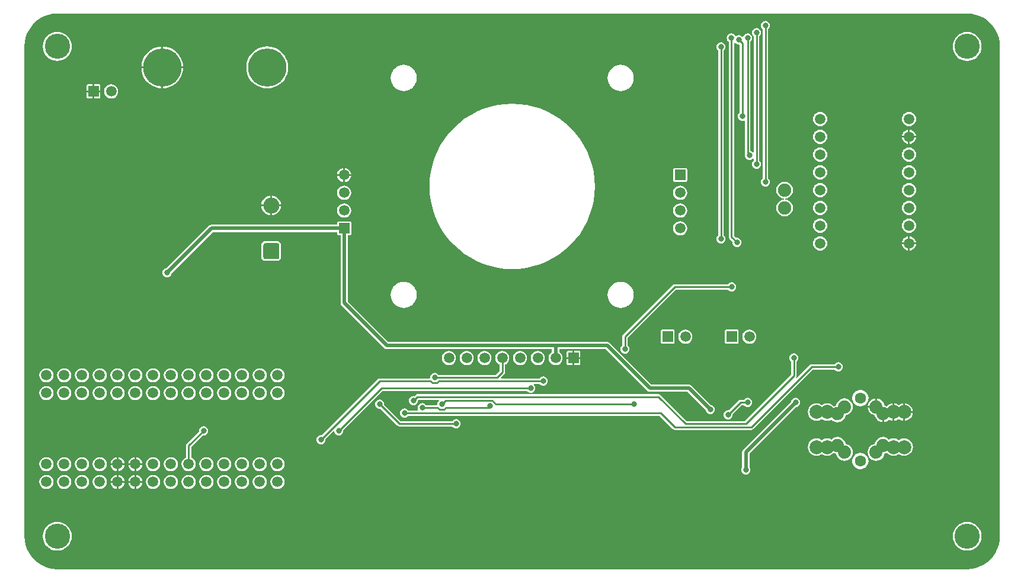
<source format=gbl>
G04 Layer_Physical_Order=2*
G04 Layer_Color=16711680*
%FSLAX44Y44*%
%MOMM*%
G71*
G01*
G75*
%ADD10C,0.2540*%
%ADD25C,0.5000*%
%ADD28R,1.5000X1.5000*%
%ADD29C,1.5000*%
%ADD30C,5.4610*%
%ADD31C,1.9050*%
%ADD32C,3.6000*%
%ADD35C,1.5096*%
%ADD36R,1.5000X1.5000*%
%ADD37C,1.8796*%
%ADD38C,1.6000*%
%ADD39C,2.0000*%
%ADD40C,0.7000*%
%ADD41C,0.8000*%
G04:AMPARAMS|DCode=42|XSize=2.286mm|YSize=2.286mm|CornerRadius=0.2858mm|HoleSize=0mm|Usage=FLASHONLY|Rotation=90.000|XOffset=0mm|YOffset=0mm|HoleType=Round|Shape=RoundedRectangle|*
%AMROUNDEDRECTD42*
21,1,2.2860,1.7145,0,0,90.0*
21,1,1.7145,2.2860,0,0,90.0*
1,1,0.5715,0.8572,0.8572*
1,1,0.5715,0.8572,-0.8572*
1,1,0.5715,-0.8572,-0.8572*
1,1,0.5715,-0.8572,0.8572*
%
%ADD42ROUNDEDRECTD42*%
%ADD43C,2.2860*%
G36*
X1356127Y796538D02*
X1362149Y795340D01*
X1367963Y793367D01*
X1373470Y790651D01*
X1378575Y787240D01*
X1383192Y783192D01*
X1387240Y778575D01*
X1390651Y773470D01*
X1393367Y767963D01*
X1395341Y762149D01*
X1396538Y756127D01*
X1396930Y750149D01*
X1396900Y750000D01*
Y50000D01*
X1396930Y49851D01*
X1396538Y43873D01*
X1395341Y37851D01*
X1393367Y32037D01*
X1390651Y26530D01*
X1387240Y21425D01*
X1383192Y16809D01*
X1378575Y12760D01*
X1373470Y9349D01*
X1367963Y6633D01*
X1362149Y4660D01*
X1356127Y3462D01*
X1350149Y3070D01*
X1350000Y3100D01*
X50000D01*
X49851Y3070D01*
X43873Y3462D01*
X37851Y4660D01*
X32037Y6633D01*
X26530Y9349D01*
X21425Y12760D01*
X16809Y16809D01*
X12760Y21425D01*
X9349Y26530D01*
X6633Y32037D01*
X4660Y37851D01*
X3462Y43873D01*
X3070Y49851D01*
X3100Y50000D01*
Y750000D01*
X3070Y750149D01*
X3462Y756127D01*
X4660Y762149D01*
X6633Y767963D01*
X9349Y773470D01*
X12760Y778575D01*
X16809Y783192D01*
X21425Y787240D01*
X26530Y790651D01*
X32037Y793367D01*
X37851Y795340D01*
X43873Y796538D01*
X49851Y796930D01*
X50000Y796900D01*
X1350000D01*
X1350149Y796930D01*
X1356127Y796538D01*
D02*
G37*
%LPC*%
G36*
X1174788Y247065D02*
X1171672Y246655D01*
X1168767Y245452D01*
X1166274Y243538D01*
X1164360Y241045D01*
X1163157Y238140D01*
X1162995Y236911D01*
X1161764Y236749D01*
X1159373Y235758D01*
X1158837Y236456D01*
X1156217Y238466D01*
X1153167Y239730D01*
X1149893Y240161D01*
X1146620Y239730D01*
X1143569Y238466D01*
X1142393Y237564D01*
X1141217Y238466D01*
X1138167Y239730D01*
X1134893Y240161D01*
X1131620Y239730D01*
X1128569Y238466D01*
X1125949Y236456D01*
X1123940Y233837D01*
X1122676Y230786D01*
X1122245Y227513D01*
X1122676Y224239D01*
X1123940Y221189D01*
X1125949Y218569D01*
X1128569Y216559D01*
X1131620Y215296D01*
X1134893Y214865D01*
X1138167Y215296D01*
X1141217Y216559D01*
X1142393Y217461D01*
X1143569Y216559D01*
X1146620Y215296D01*
X1149893Y214865D01*
X1153167Y215296D01*
X1156217Y216559D01*
X1156332Y216647D01*
X1156366Y216604D01*
X1158860Y214690D01*
X1161764Y213487D01*
X1164880Y213077D01*
X1167997Y213487D01*
X1170901Y214690D01*
X1173395Y216604D01*
X1175308Y219097D01*
X1176511Y222001D01*
X1176673Y223231D01*
X1177905Y223393D01*
X1180808Y224596D01*
X1183302Y226510D01*
X1185216Y229004D01*
X1186419Y231908D01*
X1186829Y235024D01*
X1186419Y238140D01*
X1185216Y241045D01*
X1183302Y243538D01*
X1180808Y245452D01*
X1177905Y246655D01*
X1174788Y247065D01*
D02*
G37*
G36*
X1218730Y246898D02*
X1216883Y246655D01*
X1213979Y245452D01*
X1211486Y243538D01*
X1209572Y241045D01*
X1208369Y238140D01*
X1208126Y236294D01*
X1218730D01*
Y246898D01*
D02*
G37*
G36*
X1261163Y239994D02*
Y228783D01*
X1272374D01*
X1272110Y230786D01*
X1270847Y233837D01*
X1268837Y236456D01*
X1266217Y238466D01*
X1263167Y239730D01*
X1261163Y239994D01*
D02*
G37*
G36*
X1036320Y247896D02*
X1034613Y247672D01*
X1033022Y247013D01*
X1031656Y245964D01*
X1031057Y245185D01*
X1026160D01*
X1024673Y244889D01*
X1023413Y244047D01*
X1009354Y229988D01*
X1008380Y230116D01*
X1006673Y229892D01*
X1005082Y229233D01*
X1003716Y228184D01*
X1002667Y226818D01*
X1002008Y225227D01*
X1001784Y223520D01*
X1002008Y221813D01*
X1002667Y220222D01*
X1003716Y218856D01*
X1005082Y217807D01*
X1006673Y217148D01*
X1008380Y216924D01*
X1010087Y217148D01*
X1011678Y217807D01*
X1013044Y218856D01*
X1014093Y220222D01*
X1014752Y221813D01*
X1014976Y223520D01*
X1014848Y224494D01*
X1027769Y237415D01*
X1031057D01*
X1031656Y236636D01*
X1033022Y235587D01*
X1034613Y234928D01*
X1036320Y234704D01*
X1038027Y234928D01*
X1039618Y235587D01*
X1040984Y236636D01*
X1042033Y238002D01*
X1042692Y239593D01*
X1042916Y241300D01*
X1042692Y243007D01*
X1042033Y244598D01*
X1040984Y245964D01*
X1039618Y247013D01*
X1038027Y247672D01*
X1036320Y247896D01*
D02*
G37*
G36*
X1258623Y239994D02*
X1256620Y239730D01*
X1253569Y238466D01*
X1252393Y237564D01*
X1251217Y238466D01*
X1248167Y239730D01*
X1246163Y239994D01*
Y227513D01*
Y215032D01*
X1248167Y215296D01*
X1251217Y216559D01*
X1252393Y217461D01*
X1253569Y216559D01*
X1256620Y215296D01*
X1258623Y215032D01*
Y227513D01*
Y239994D01*
D02*
G37*
G36*
X85400Y264727D02*
X82779Y264382D01*
X80337Y263370D01*
X78239Y261761D01*
X76630Y259663D01*
X75618Y257221D01*
X75273Y254600D01*
X75618Y251979D01*
X76630Y249537D01*
X78239Y247439D01*
X80337Y245830D01*
X82779Y244818D01*
X85400Y244473D01*
X88021Y244818D01*
X90463Y245830D01*
X92561Y247439D01*
X94170Y249537D01*
X95182Y251979D01*
X95527Y254600D01*
X95182Y257221D01*
X94170Y259663D01*
X92561Y261761D01*
X90463Y263370D01*
X88021Y264382D01*
X85400Y264727D01*
D02*
G37*
G36*
X110800D02*
X108179Y264382D01*
X105737Y263370D01*
X103639Y261761D01*
X102030Y259663D01*
X101018Y257221D01*
X100673Y254600D01*
X101018Y251979D01*
X102030Y249537D01*
X103639Y247439D01*
X105737Y245830D01*
X108179Y244818D01*
X110800Y244473D01*
X113421Y244818D01*
X115863Y245830D01*
X117961Y247439D01*
X119570Y249537D01*
X120582Y251979D01*
X120927Y254600D01*
X120582Y257221D01*
X119570Y259663D01*
X117961Y261761D01*
X115863Y263370D01*
X113421Y264382D01*
X110800Y264727D01*
D02*
G37*
G36*
X34600D02*
X31979Y264382D01*
X29537Y263370D01*
X27439Y261761D01*
X25830Y259663D01*
X24818Y257221D01*
X24473Y254600D01*
X24818Y251979D01*
X25830Y249537D01*
X27439Y247439D01*
X29537Y245830D01*
X31979Y244818D01*
X34600Y244473D01*
X37221Y244818D01*
X39663Y245830D01*
X41761Y247439D01*
X43370Y249537D01*
X44382Y251979D01*
X44727Y254600D01*
X44382Y257221D01*
X43370Y259663D01*
X41761Y261761D01*
X39663Y263370D01*
X37221Y264382D01*
X34600Y264727D01*
D02*
G37*
G36*
X60000D02*
X57379Y264382D01*
X54937Y263370D01*
X52839Y261761D01*
X51230Y259663D01*
X50218Y257221D01*
X49873Y254600D01*
X50218Y251979D01*
X51230Y249537D01*
X52839Y247439D01*
X54937Y245830D01*
X57379Y244818D01*
X60000Y244473D01*
X62621Y244818D01*
X65063Y245830D01*
X67161Y247439D01*
X68770Y249537D01*
X69782Y251979D01*
X70127Y254600D01*
X69782Y257221D01*
X68770Y259663D01*
X67161Y261761D01*
X65063Y263370D01*
X62621Y264382D01*
X60000Y264727D01*
D02*
G37*
G36*
X467500Y500090D02*
X452500D01*
X451509Y499893D01*
X450669Y499331D01*
X450107Y498491D01*
X449910Y497500D01*
Y495139D01*
X270194D01*
X268228Y494748D01*
X266560Y493634D01*
X206141Y433215D01*
X205207Y433092D01*
X203616Y432433D01*
X202250Y431384D01*
X201201Y430018D01*
X200542Y428427D01*
X200318Y426720D01*
X200542Y425013D01*
X201201Y423422D01*
X202250Y422056D01*
X203616Y421007D01*
X205207Y420348D01*
X206914Y420124D01*
X208621Y420348D01*
X210212Y421007D01*
X211578Y422056D01*
X212627Y423422D01*
X213286Y425013D01*
X213409Y425947D01*
X272323Y484861D01*
X449910D01*
Y482500D01*
X450107Y481509D01*
X450669Y480669D01*
X451509Y480107D01*
X452500Y479910D01*
X454861D01*
Y383280D01*
X455252Y381314D01*
X456366Y379646D01*
X517066Y318946D01*
X518733Y317832D01*
X520700Y317441D01*
X756861D01*
Y313512D01*
X754839Y311961D01*
X753230Y309863D01*
X752218Y307421D01*
X751873Y304800D01*
X752218Y302179D01*
X753230Y299737D01*
X754839Y297639D01*
X756937Y296030D01*
X759379Y295018D01*
X762000Y294673D01*
X764621Y295018D01*
X767063Y296030D01*
X769161Y297639D01*
X770770Y299737D01*
X771782Y302179D01*
X772127Y304800D01*
X771782Y307421D01*
X770770Y309863D01*
X769161Y311961D01*
X767139Y313512D01*
Y317441D01*
X833531D01*
X892986Y257986D01*
X894653Y256872D01*
X896620Y256481D01*
X950371D01*
X976485Y230368D01*
X976608Y229433D01*
X977267Y227842D01*
X978316Y226476D01*
X979682Y225427D01*
X981273Y224768D01*
X982980Y224544D01*
X984687Y224768D01*
X986278Y225427D01*
X987644Y226476D01*
X988693Y227842D01*
X989352Y229433D01*
X989576Y231140D01*
X989352Y232847D01*
X988693Y234438D01*
X987644Y235804D01*
X986278Y236853D01*
X984687Y237512D01*
X983753Y237635D01*
X956134Y265254D01*
X954466Y266368D01*
X952500Y266759D01*
X898748D01*
X839294Y326214D01*
X837626Y327328D01*
X835660Y327719D01*
X522828D01*
X465139Y385409D01*
Y479910D01*
X467500D01*
X468491Y480107D01*
X469331Y480669D01*
X469893Y481509D01*
X470090Y482500D01*
Y497500D01*
X469893Y498491D01*
X469331Y499331D01*
X468491Y499893D01*
X467500Y500090D01*
D02*
G37*
G36*
X1229904Y191947D02*
X1226788Y191537D01*
X1223884Y190334D01*
X1221390Y188420D01*
X1219476Y185926D01*
X1218274Y183022D01*
X1218112Y181792D01*
X1216883Y181631D01*
X1213979Y180428D01*
X1211486Y178514D01*
X1209572Y176021D01*
X1208369Y173116D01*
X1207959Y170000D01*
X1208369Y166884D01*
X1209572Y163979D01*
X1211486Y161486D01*
X1213979Y159572D01*
X1216883Y158369D01*
X1220000Y157959D01*
X1223117Y158369D01*
X1226021Y159572D01*
X1228514Y161486D01*
X1230428Y163979D01*
X1231631Y166884D01*
X1231793Y168114D01*
X1233021Y168275D01*
X1235414Y169267D01*
X1235949Y168569D01*
X1238569Y166559D01*
X1241620Y165296D01*
X1244893Y164865D01*
X1248167Y165296D01*
X1251217Y166559D01*
X1252393Y167461D01*
X1253569Y166559D01*
X1256620Y165296D01*
X1259893Y164865D01*
X1263167Y165296D01*
X1266217Y166559D01*
X1268837Y168569D01*
X1270847Y171189D01*
X1272110Y174239D01*
X1272541Y177513D01*
X1272110Y180786D01*
X1270847Y183837D01*
X1268837Y186456D01*
X1266217Y188466D01*
X1263167Y189730D01*
X1259893Y190161D01*
X1256620Y189730D01*
X1253569Y188466D01*
X1252393Y187564D01*
X1251217Y188466D01*
X1248167Y189730D01*
X1244893Y190161D01*
X1241620Y189730D01*
X1238569Y188466D01*
X1238452Y188377D01*
X1238419Y188420D01*
X1235925Y190334D01*
X1233021Y191537D01*
X1229904Y191947D01*
D02*
G37*
G36*
X1197393Y169180D02*
X1197226Y169147D01*
X1197055Y169158D01*
X1194706Y168849D01*
X1194385Y168740D01*
X1194053Y168674D01*
X1191863Y167767D01*
X1191582Y167579D01*
X1191278Y167429D01*
X1189398Y165986D01*
X1189174Y165732D01*
X1188920Y165508D01*
X1187477Y163628D01*
X1187327Y163324D01*
X1187139Y163043D01*
X1186232Y160853D01*
X1186166Y160521D01*
X1186057Y160200D01*
X1185748Y157851D01*
X1185770Y157513D01*
X1185748Y157175D01*
X1186057Y154825D01*
X1186166Y154504D01*
X1186232Y154172D01*
X1187139Y151983D01*
X1187327Y151701D01*
X1187477Y151397D01*
X1188920Y149517D01*
X1189174Y149294D01*
X1189398Y149039D01*
X1191278Y147597D01*
X1191582Y147447D01*
X1191863Y147259D01*
X1194053Y146352D01*
X1194385Y146286D01*
X1194706Y146177D01*
X1197055Y145868D01*
X1197226Y145879D01*
X1197393Y145845D01*
X1197561Y145879D01*
X1197731Y145868D01*
X1200081Y146177D01*
X1200402Y146286D01*
X1200734Y146352D01*
X1202923Y147259D01*
X1203205Y147447D01*
X1203509Y147597D01*
X1205389Y149039D01*
X1205612Y149294D01*
X1205867Y149517D01*
X1207309Y151397D01*
X1207459Y151701D01*
X1207647Y151983D01*
X1208554Y154172D01*
X1208620Y154504D01*
X1208729Y154825D01*
X1209038Y157175D01*
X1209016Y157513D01*
X1209038Y157851D01*
X1208729Y160200D01*
X1208620Y160521D01*
X1208554Y160853D01*
X1207647Y163043D01*
X1207459Y163324D01*
X1207309Y163628D01*
X1205867Y165508D01*
X1205612Y165732D01*
X1205389Y165986D01*
X1203509Y167429D01*
X1203205Y167579D01*
X1202923Y167767D01*
X1200734Y168674D01*
X1200402Y168740D01*
X1200081Y168849D01*
X1197731Y169158D01*
X1197561Y169147D01*
X1197393Y169180D01*
D02*
G37*
G36*
X160330Y162959D02*
X158979Y162782D01*
X156537Y161770D01*
X154439Y160161D01*
X152830Y158063D01*
X151818Y155621D01*
X151641Y154270D01*
X160330D01*
Y162959D01*
D02*
G37*
G36*
X162870D02*
Y154270D01*
X171559D01*
X171382Y155621D01*
X170370Y158063D01*
X168761Y160161D01*
X166663Y161770D01*
X164221Y162782D01*
X162870Y162959D01*
D02*
G37*
G36*
X1164880Y191947D02*
X1161764Y191537D01*
X1158860Y190334D01*
X1156366Y188420D01*
X1156333Y188377D01*
X1156217Y188466D01*
X1153167Y189730D01*
X1149893Y190161D01*
X1146620Y189730D01*
X1143569Y188466D01*
X1142393Y187564D01*
X1141217Y188466D01*
X1138167Y189730D01*
X1134893Y190161D01*
X1131620Y189730D01*
X1128569Y188466D01*
X1125949Y186456D01*
X1123940Y183837D01*
X1122676Y180786D01*
X1122245Y177513D01*
X1122676Y174239D01*
X1123940Y171189D01*
X1125949Y168569D01*
X1128569Y166559D01*
X1131620Y165296D01*
X1134893Y164865D01*
X1138167Y165296D01*
X1141217Y166559D01*
X1142393Y167461D01*
X1143569Y166559D01*
X1146620Y165296D01*
X1149893Y164865D01*
X1153167Y165296D01*
X1156217Y166559D01*
X1158837Y168569D01*
X1159372Y169266D01*
X1161764Y168275D01*
X1162995Y168113D01*
X1163157Y166884D01*
X1164360Y163979D01*
X1166274Y161486D01*
X1168767Y159572D01*
X1171672Y158369D01*
X1174788Y157959D01*
X1177905Y158369D01*
X1180808Y159572D01*
X1183302Y161486D01*
X1185216Y163979D01*
X1186419Y166884D01*
X1186829Y170000D01*
X1186419Y173116D01*
X1185216Y176021D01*
X1183302Y178514D01*
X1180808Y180428D01*
X1177905Y181631D01*
X1176673Y181793D01*
X1176511Y183022D01*
X1175308Y185926D01*
X1173395Y188420D01*
X1170901Y190334D01*
X1167997Y191537D01*
X1164880Y191947D01*
D02*
G37*
G36*
X1221270Y246898D02*
Y235024D01*
X1220000D01*
Y233754D01*
X1208126D01*
X1208369Y231908D01*
X1209572Y229004D01*
X1211486Y226510D01*
X1213979Y224596D01*
X1216883Y223393D01*
X1218112Y223232D01*
X1218274Y222001D01*
X1219476Y219097D01*
X1221390Y216604D01*
X1223884Y214690D01*
X1226788Y213487D01*
X1228634Y213244D01*
Y225118D01*
X1231174D01*
Y213244D01*
X1233021Y213487D01*
X1235925Y214690D01*
X1238419Y216604D01*
X1238453Y216648D01*
X1238569Y216559D01*
X1241620Y215296D01*
X1243623Y215032D01*
Y227513D01*
Y239994D01*
X1241620Y239730D01*
X1238569Y238466D01*
X1235949Y236456D01*
X1235413Y235758D01*
X1233021Y236749D01*
X1231793Y236910D01*
X1231631Y238140D01*
X1230428Y241045D01*
X1228514Y243538D01*
X1226021Y245452D01*
X1223117Y246655D01*
X1221270Y246898D01*
D02*
G37*
G36*
X1272374Y226243D02*
X1261163D01*
Y215032D01*
X1263167Y215296D01*
X1266217Y216559D01*
X1268837Y218569D01*
X1270847Y221189D01*
X1272110Y224239D01*
X1272374Y226243D01*
D02*
G37*
G36*
X259080Y207256D02*
X257373Y207032D01*
X255782Y206373D01*
X254416Y205324D01*
X253367Y203958D01*
X252708Y202367D01*
X252484Y200660D01*
X252612Y199686D01*
X235053Y182127D01*
X234211Y180867D01*
X233915Y179380D01*
Y162258D01*
X232737Y161770D01*
X230639Y160161D01*
X229030Y158063D01*
X228018Y155621D01*
X227673Y153000D01*
X228018Y150379D01*
X229030Y147937D01*
X230639Y145839D01*
X232737Y144230D01*
X235179Y143218D01*
X237800Y142873D01*
X240421Y143218D01*
X242863Y144230D01*
X244961Y145839D01*
X246570Y147937D01*
X247582Y150379D01*
X247927Y153000D01*
X247582Y155621D01*
X246570Y158063D01*
X244961Y160161D01*
X242863Y161770D01*
X241685Y162258D01*
Y177771D01*
X258106Y194192D01*
X259080Y194064D01*
X260787Y194288D01*
X262378Y194947D01*
X263744Y195996D01*
X264793Y197362D01*
X265452Y198953D01*
X265676Y200660D01*
X265452Y202367D01*
X264793Y203958D01*
X263744Y205324D01*
X262378Y206373D01*
X260787Y207032D01*
X259080Y207256D01*
D02*
G37*
G36*
X510540Y245356D02*
X508833Y245132D01*
X507242Y244473D01*
X505876Y243424D01*
X504827Y242058D01*
X504168Y240467D01*
X503944Y238760D01*
X504168Y237053D01*
X504827Y235462D01*
X505876Y234096D01*
X507242Y233047D01*
X508833Y232388D01*
X510540Y232164D01*
X511514Y232292D01*
X535733Y208073D01*
X536993Y207231D01*
X538480Y206935D01*
X614497D01*
X615096Y206156D01*
X616462Y205107D01*
X618053Y204448D01*
X619760Y204224D01*
X621467Y204448D01*
X623058Y205107D01*
X624424Y206156D01*
X625473Y207522D01*
X626132Y209113D01*
X626356Y210820D01*
X626132Y212527D01*
X625473Y214118D01*
X624424Y215484D01*
X623058Y216533D01*
X621467Y217192D01*
X619760Y217416D01*
X618053Y217192D01*
X616462Y216533D01*
X615096Y215484D01*
X614497Y214705D01*
X540089D01*
X517008Y237786D01*
X517136Y238760D01*
X516912Y240467D01*
X516253Y242058D01*
X515204Y243424D01*
X513838Y244473D01*
X512247Y245132D01*
X510540Y245356D01*
D02*
G37*
G36*
X136200Y264727D02*
X133579Y264382D01*
X131137Y263370D01*
X129039Y261761D01*
X127430Y259663D01*
X126418Y257221D01*
X126073Y254600D01*
X126418Y251979D01*
X127430Y249537D01*
X129039Y247439D01*
X131137Y245830D01*
X133579Y244818D01*
X136200Y244473D01*
X138821Y244818D01*
X141263Y245830D01*
X143361Y247439D01*
X144970Y249537D01*
X145982Y251979D01*
X146327Y254600D01*
X145982Y257221D01*
X144970Y259663D01*
X143361Y261761D01*
X141263Y263370D01*
X138821Y264382D01*
X136200Y264727D01*
D02*
G37*
G36*
X85400Y290127D02*
X82779Y289782D01*
X80337Y288770D01*
X78239Y287161D01*
X76630Y285063D01*
X75618Y282621D01*
X75273Y280000D01*
X75618Y277379D01*
X76630Y274937D01*
X78239Y272839D01*
X80337Y271230D01*
X82779Y270218D01*
X85400Y269873D01*
X88021Y270218D01*
X90463Y271230D01*
X92561Y272839D01*
X94170Y274937D01*
X95182Y277379D01*
X95527Y280000D01*
X95182Y282621D01*
X94170Y285063D01*
X92561Y287161D01*
X90463Y288770D01*
X88021Y289782D01*
X85400Y290127D01*
D02*
G37*
G36*
X110800D02*
X108179Y289782D01*
X105737Y288770D01*
X103639Y287161D01*
X102030Y285063D01*
X101018Y282621D01*
X100673Y280000D01*
X101018Y277379D01*
X102030Y274937D01*
X103639Y272839D01*
X105737Y271230D01*
X108179Y270218D01*
X110800Y269873D01*
X113421Y270218D01*
X115863Y271230D01*
X117961Y272839D01*
X119570Y274937D01*
X120582Y277379D01*
X120927Y280000D01*
X120582Y282621D01*
X119570Y285063D01*
X117961Y287161D01*
X115863Y288770D01*
X113421Y289782D01*
X110800Y290127D01*
D02*
G37*
G36*
X34600D02*
X31979Y289782D01*
X29537Y288770D01*
X27439Y287161D01*
X25830Y285063D01*
X24818Y282621D01*
X24473Y280000D01*
X24818Y277379D01*
X25830Y274937D01*
X27439Y272839D01*
X29537Y271230D01*
X31979Y270218D01*
X34600Y269873D01*
X37221Y270218D01*
X39663Y271230D01*
X41761Y272839D01*
X43370Y274937D01*
X44382Y277379D01*
X44727Y280000D01*
X44382Y282621D01*
X43370Y285063D01*
X41761Y287161D01*
X39663Y288770D01*
X37221Y289782D01*
X34600Y290127D01*
D02*
G37*
G36*
X60000D02*
X57379Y289782D01*
X54937Y288770D01*
X52839Y287161D01*
X51230Y285063D01*
X50218Y282621D01*
X49873Y280000D01*
X50218Y277379D01*
X51230Y274937D01*
X52839Y272839D01*
X54937Y271230D01*
X57379Y270218D01*
X60000Y269873D01*
X62621Y270218D01*
X65063Y271230D01*
X67161Y272839D01*
X68770Y274937D01*
X69782Y277379D01*
X70127Y280000D01*
X69782Y282621D01*
X68770Y285063D01*
X67161Y287161D01*
X65063Y288770D01*
X62621Y289782D01*
X60000Y290127D01*
D02*
G37*
G36*
X136200D02*
X133579Y289782D01*
X131137Y288770D01*
X129039Y287161D01*
X127430Y285063D01*
X126418Y282621D01*
X126073Y280000D01*
X126418Y277379D01*
X127430Y274937D01*
X129039Y272839D01*
X131137Y271230D01*
X133579Y270218D01*
X136200Y269873D01*
X138821Y270218D01*
X141263Y271230D01*
X143361Y272839D01*
X144970Y274937D01*
X145982Y277379D01*
X146327Y280000D01*
X145982Y282621D01*
X144970Y285063D01*
X143361Y287161D01*
X141263Y288770D01*
X138821Y289782D01*
X136200Y290127D01*
D02*
G37*
G36*
X212400D02*
X209779Y289782D01*
X207337Y288770D01*
X205239Y287161D01*
X203630Y285063D01*
X202618Y282621D01*
X202273Y280000D01*
X202618Y277379D01*
X203630Y274937D01*
X205239Y272839D01*
X207337Y271230D01*
X209779Y270218D01*
X212400Y269873D01*
X215021Y270218D01*
X217463Y271230D01*
X219561Y272839D01*
X221170Y274937D01*
X222182Y277379D01*
X222527Y280000D01*
X222182Y282621D01*
X221170Y285063D01*
X219561Y287161D01*
X217463Y288770D01*
X215021Y289782D01*
X212400Y290127D01*
D02*
G37*
G36*
X237800D02*
X235179Y289782D01*
X232737Y288770D01*
X230639Y287161D01*
X229030Y285063D01*
X228018Y282621D01*
X227673Y280000D01*
X228018Y277379D01*
X229030Y274937D01*
X230639Y272839D01*
X232737Y271230D01*
X235179Y270218D01*
X237800Y269873D01*
X240421Y270218D01*
X242863Y271230D01*
X244961Y272839D01*
X246570Y274937D01*
X247582Y277379D01*
X247927Y280000D01*
X247582Y282621D01*
X246570Y285063D01*
X244961Y287161D01*
X242863Y288770D01*
X240421Y289782D01*
X237800Y290127D01*
D02*
G37*
G36*
X161600D02*
X158979Y289782D01*
X156537Y288770D01*
X154439Y287161D01*
X152830Y285063D01*
X151818Y282621D01*
X151473Y280000D01*
X151818Y277379D01*
X152830Y274937D01*
X154439Y272839D01*
X156537Y271230D01*
X158979Y270218D01*
X161600Y269873D01*
X164221Y270218D01*
X166663Y271230D01*
X168761Y272839D01*
X170370Y274937D01*
X171382Y277379D01*
X171727Y280000D01*
X171382Y282621D01*
X170370Y285063D01*
X168761Y287161D01*
X166663Y288770D01*
X164221Y289782D01*
X161600Y290127D01*
D02*
G37*
G36*
X187000D02*
X184379Y289782D01*
X181937Y288770D01*
X179839Y287161D01*
X178230Y285063D01*
X177218Y282621D01*
X176873Y280000D01*
X177218Y277379D01*
X178230Y274937D01*
X179839Y272839D01*
X181937Y271230D01*
X184379Y270218D01*
X187000Y269873D01*
X189621Y270218D01*
X192063Y271230D01*
X194161Y272839D01*
X195770Y274937D01*
X196782Y277379D01*
X197127Y280000D01*
X196782Y282621D01*
X195770Y285063D01*
X194161Y287161D01*
X192063Y288770D01*
X189621Y289782D01*
X187000Y290127D01*
D02*
G37*
G36*
X1197393Y259180D02*
X1197226Y259147D01*
X1197055Y259158D01*
X1194706Y258849D01*
X1194385Y258740D01*
X1194053Y258674D01*
X1191863Y257767D01*
X1191582Y257579D01*
X1191278Y257429D01*
X1189398Y255986D01*
X1189174Y255732D01*
X1188920Y255508D01*
X1187477Y253628D01*
X1187327Y253324D01*
X1187139Y253043D01*
X1186232Y250853D01*
X1186166Y250521D01*
X1186057Y250200D01*
X1185748Y247851D01*
X1185770Y247513D01*
X1185748Y247175D01*
X1186057Y244825D01*
X1186166Y244505D01*
X1186232Y244172D01*
X1187139Y241983D01*
X1187327Y241701D01*
X1187477Y241397D01*
X1188920Y239517D01*
X1189174Y239294D01*
X1189398Y239039D01*
X1191278Y237597D01*
X1191582Y237447D01*
X1191863Y237259D01*
X1194053Y236352D01*
X1194385Y236286D01*
X1194706Y236177D01*
X1197055Y235868D01*
X1197226Y235879D01*
X1197393Y235845D01*
X1197561Y235879D01*
X1197731Y235868D01*
X1200081Y236177D01*
X1200402Y236286D01*
X1200734Y236352D01*
X1202923Y237259D01*
X1203205Y237447D01*
X1203509Y237597D01*
X1205389Y239039D01*
X1205612Y239294D01*
X1205867Y239517D01*
X1207309Y241397D01*
X1207459Y241701D01*
X1207647Y241983D01*
X1208554Y244172D01*
X1208620Y244505D01*
X1208729Y244825D01*
X1209038Y247175D01*
X1209016Y247513D01*
X1209038Y247851D01*
X1208729Y250200D01*
X1208620Y250521D01*
X1208554Y250853D01*
X1207647Y253043D01*
X1207459Y253324D01*
X1207309Y253628D01*
X1205867Y255508D01*
X1205612Y255732D01*
X1205389Y255986D01*
X1203509Y257429D01*
X1203205Y257579D01*
X1202923Y257767D01*
X1200734Y258674D01*
X1200402Y258740D01*
X1200081Y258849D01*
X1197731Y259158D01*
X1197561Y259147D01*
X1197393Y259180D01*
D02*
G37*
G36*
X212400Y264727D02*
X209779Y264382D01*
X207337Y263370D01*
X205239Y261761D01*
X203630Y259663D01*
X202618Y257221D01*
X202273Y254600D01*
X202618Y251979D01*
X203630Y249537D01*
X205239Y247439D01*
X207337Y245830D01*
X209779Y244818D01*
X212400Y244473D01*
X215021Y244818D01*
X217463Y245830D01*
X219561Y247439D01*
X221170Y249537D01*
X222182Y251979D01*
X222527Y254600D01*
X222182Y257221D01*
X221170Y259663D01*
X219561Y261761D01*
X217463Y263370D01*
X215021Y264382D01*
X212400Y264727D01*
D02*
G37*
G36*
X237800D02*
X235179Y264382D01*
X232737Y263370D01*
X230639Y261761D01*
X229030Y259663D01*
X228018Y257221D01*
X227673Y254600D01*
X228018Y251979D01*
X229030Y249537D01*
X230639Y247439D01*
X232737Y245830D01*
X235179Y244818D01*
X237800Y244473D01*
X240421Y244818D01*
X242863Y245830D01*
X244961Y247439D01*
X246570Y249537D01*
X247582Y251979D01*
X247927Y254600D01*
X247582Y257221D01*
X246570Y259663D01*
X244961Y261761D01*
X242863Y263370D01*
X240421Y264382D01*
X237800Y264727D01*
D02*
G37*
G36*
X161600D02*
X158979Y264382D01*
X156537Y263370D01*
X154439Y261761D01*
X152830Y259663D01*
X151818Y257221D01*
X151473Y254600D01*
X151818Y251979D01*
X152830Y249537D01*
X154439Y247439D01*
X156537Y245830D01*
X158979Y244818D01*
X161600Y244473D01*
X164221Y244818D01*
X166663Y245830D01*
X168761Y247439D01*
X170370Y249537D01*
X171382Y251979D01*
X171727Y254600D01*
X171382Y257221D01*
X170370Y259663D01*
X168761Y261761D01*
X166663Y263370D01*
X164221Y264382D01*
X161600Y264727D01*
D02*
G37*
G36*
X187000D02*
X184379Y264382D01*
X181937Y263370D01*
X179839Y261761D01*
X178230Y259663D01*
X177218Y257221D01*
X176873Y254600D01*
X177218Y251979D01*
X178230Y249537D01*
X179839Y247439D01*
X181937Y245830D01*
X184379Y244818D01*
X187000Y244473D01*
X189621Y244818D01*
X192063Y245830D01*
X194161Y247439D01*
X195770Y249537D01*
X196782Y251979D01*
X197127Y254600D01*
X196782Y257221D01*
X195770Y259663D01*
X194161Y261761D01*
X192063Y263370D01*
X189621Y264382D01*
X187000Y264727D01*
D02*
G37*
G36*
X263200D02*
X260579Y264382D01*
X258137Y263370D01*
X256039Y261761D01*
X254430Y259663D01*
X253418Y257221D01*
X253073Y254600D01*
X253418Y251979D01*
X254430Y249537D01*
X256039Y247439D01*
X258137Y245830D01*
X260579Y244818D01*
X263200Y244473D01*
X265821Y244818D01*
X268263Y245830D01*
X270361Y247439D01*
X271970Y249537D01*
X272982Y251979D01*
X273327Y254600D01*
X272982Y257221D01*
X271970Y259663D01*
X270361Y261761D01*
X268263Y263370D01*
X265821Y264382D01*
X263200Y264727D01*
D02*
G37*
G36*
X339400D02*
X336779Y264382D01*
X334337Y263370D01*
X332239Y261761D01*
X330630Y259663D01*
X329618Y257221D01*
X329273Y254600D01*
X329618Y251979D01*
X330630Y249537D01*
X332239Y247439D01*
X334337Y245830D01*
X336779Y244818D01*
X339400Y244473D01*
X342021Y244818D01*
X344463Y245830D01*
X346561Y247439D01*
X348170Y249537D01*
X349182Y251979D01*
X349527Y254600D01*
X349182Y257221D01*
X348170Y259663D01*
X346561Y261761D01*
X344463Y263370D01*
X342021Y264382D01*
X339400Y264727D01*
D02*
G37*
G36*
X364800D02*
X362179Y264382D01*
X359737Y263370D01*
X357639Y261761D01*
X356030Y259663D01*
X355018Y257221D01*
X354673Y254600D01*
X355018Y251979D01*
X356030Y249537D01*
X357639Y247439D01*
X359737Y245830D01*
X362179Y244818D01*
X364800Y244473D01*
X367421Y244818D01*
X369863Y245830D01*
X371961Y247439D01*
X373570Y249537D01*
X374582Y251979D01*
X374927Y254600D01*
X374582Y257221D01*
X373570Y259663D01*
X371961Y261761D01*
X369863Y263370D01*
X367421Y264382D01*
X364800Y264727D01*
D02*
G37*
G36*
X288600D02*
X285979Y264382D01*
X283537Y263370D01*
X281439Y261761D01*
X279830Y259663D01*
X278818Y257221D01*
X278473Y254600D01*
X278818Y251979D01*
X279830Y249537D01*
X281439Y247439D01*
X283537Y245830D01*
X285979Y244818D01*
X288600Y244473D01*
X291221Y244818D01*
X293663Y245830D01*
X295761Y247439D01*
X297370Y249537D01*
X298382Y251979D01*
X298727Y254600D01*
X298382Y257221D01*
X297370Y259663D01*
X295761Y261761D01*
X293663Y263370D01*
X291221Y264382D01*
X288600Y264727D01*
D02*
G37*
G36*
X314000D02*
X311379Y264382D01*
X308937Y263370D01*
X306839Y261761D01*
X305230Y259663D01*
X304218Y257221D01*
X303873Y254600D01*
X304218Y251979D01*
X305230Y249537D01*
X306839Y247439D01*
X308937Y245830D01*
X311379Y244818D01*
X314000Y244473D01*
X316621Y244818D01*
X319063Y245830D01*
X321161Y247439D01*
X322770Y249537D01*
X323782Y251979D01*
X324127Y254600D01*
X323782Y257221D01*
X322770Y259663D01*
X321161Y261761D01*
X319063Y263370D01*
X316621Y264382D01*
X314000Y264727D01*
D02*
G37*
G36*
X137470Y162959D02*
Y154270D01*
X146159D01*
X145982Y155621D01*
X144970Y158063D01*
X143361Y160161D01*
X141263Y161770D01*
X138821Y162782D01*
X137470Y162959D01*
D02*
G37*
G36*
X339400Y137727D02*
X336779Y137382D01*
X334337Y136370D01*
X332239Y134761D01*
X330630Y132663D01*
X329618Y130221D01*
X329273Y127600D01*
X329618Y124979D01*
X330630Y122537D01*
X332239Y120439D01*
X334337Y118830D01*
X336779Y117818D01*
X339400Y117473D01*
X342021Y117818D01*
X344463Y118830D01*
X346561Y120439D01*
X348170Y122537D01*
X349182Y124979D01*
X349527Y127600D01*
X349182Y130221D01*
X348170Y132663D01*
X346561Y134761D01*
X344463Y136370D01*
X342021Y137382D01*
X339400Y137727D01*
D02*
G37*
G36*
X364800D02*
X362179Y137382D01*
X359737Y136370D01*
X357639Y134761D01*
X356030Y132663D01*
X355018Y130221D01*
X354673Y127600D01*
X355018Y124979D01*
X356030Y122537D01*
X357639Y120439D01*
X359737Y118830D01*
X362179Y117818D01*
X364800Y117473D01*
X367421Y117818D01*
X369863Y118830D01*
X371961Y120439D01*
X373570Y122537D01*
X374582Y124979D01*
X374927Y127600D01*
X374582Y130221D01*
X373570Y132663D01*
X371961Y134761D01*
X369863Y136370D01*
X367421Y137382D01*
X364800Y137727D01*
D02*
G37*
G36*
X288600D02*
X285979Y137382D01*
X283537Y136370D01*
X281439Y134761D01*
X279830Y132663D01*
X278818Y130221D01*
X278473Y127600D01*
X278818Y124979D01*
X279830Y122537D01*
X281439Y120439D01*
X283537Y118830D01*
X285979Y117818D01*
X288600Y117473D01*
X291221Y117818D01*
X293663Y118830D01*
X295761Y120439D01*
X297370Y122537D01*
X298382Y124979D01*
X298727Y127600D01*
X298382Y130221D01*
X297370Y132663D01*
X295761Y134761D01*
X293663Y136370D01*
X291221Y137382D01*
X288600Y137727D01*
D02*
G37*
G36*
X314000D02*
X311379Y137382D01*
X308937Y136370D01*
X306839Y134761D01*
X305230Y132663D01*
X304218Y130221D01*
X303873Y127600D01*
X304218Y124979D01*
X305230Y122537D01*
X306839Y120439D01*
X308937Y118830D01*
X311379Y117818D01*
X314000Y117473D01*
X316621Y117818D01*
X319063Y118830D01*
X321161Y120439D01*
X322770Y122537D01*
X323782Y124979D01*
X324127Y127600D01*
X323782Y130221D01*
X322770Y132663D01*
X321161Y134761D01*
X319063Y136370D01*
X316621Y137382D01*
X314000Y137727D01*
D02*
G37*
G36*
X134930Y126330D02*
X126241D01*
X126418Y124979D01*
X127430Y122537D01*
X129039Y120439D01*
X131137Y118830D01*
X133579Y117818D01*
X134930Y117641D01*
Y126330D01*
D02*
G37*
G36*
X171559D02*
X162870D01*
Y117641D01*
X164221Y117818D01*
X166663Y118830D01*
X168761Y120439D01*
X170370Y122537D01*
X171382Y124979D01*
X171559Y126330D01*
D02*
G37*
G36*
X134930Y137559D02*
X133579Y137382D01*
X131137Y136370D01*
X129039Y134761D01*
X127430Y132663D01*
X126418Y130221D01*
X126241Y128870D01*
X134930D01*
Y137559D01*
D02*
G37*
G36*
X146159Y126330D02*
X137470D01*
Y117641D01*
X138821Y117818D01*
X141263Y118830D01*
X143361Y120439D01*
X144970Y122537D01*
X145982Y124979D01*
X146159Y126330D01*
D02*
G37*
G36*
X160330D02*
X151641D01*
X151818Y124979D01*
X152830Y122537D01*
X154439Y120439D01*
X156537Y118830D01*
X158979Y117818D01*
X160330Y117641D01*
Y126330D01*
D02*
G37*
G36*
X263200Y137727D02*
X260579Y137382D01*
X258137Y136370D01*
X256039Y134761D01*
X254430Y132663D01*
X253418Y130221D01*
X253073Y127600D01*
X253418Y124979D01*
X254430Y122537D01*
X256039Y120439D01*
X258137Y118830D01*
X260579Y117818D01*
X263200Y117473D01*
X265821Y117818D01*
X268263Y118830D01*
X270361Y120439D01*
X271970Y122537D01*
X272982Y124979D01*
X273327Y127600D01*
X272982Y130221D01*
X271970Y132663D01*
X270361Y134761D01*
X268263Y136370D01*
X265821Y137382D01*
X263200Y137727D01*
D02*
G37*
G36*
X34600D02*
X31979Y137382D01*
X29537Y136370D01*
X27439Y134761D01*
X25830Y132663D01*
X24818Y130221D01*
X24473Y127600D01*
X24818Y124979D01*
X25830Y122537D01*
X27439Y120439D01*
X29537Y118830D01*
X31979Y117818D01*
X34600Y117473D01*
X37221Y117818D01*
X39663Y118830D01*
X41761Y120439D01*
X43370Y122537D01*
X44382Y124979D01*
X44727Y127600D01*
X44382Y130221D01*
X43370Y132663D01*
X41761Y134761D01*
X39663Y136370D01*
X37221Y137382D01*
X34600Y137727D01*
D02*
G37*
G36*
X60000D02*
X57379Y137382D01*
X54937Y136370D01*
X52839Y134761D01*
X51230Y132663D01*
X50218Y130221D01*
X49873Y127600D01*
X50218Y124979D01*
X51230Y122537D01*
X52839Y120439D01*
X54937Y118830D01*
X57379Y117818D01*
X60000Y117473D01*
X62621Y117818D01*
X65063Y118830D01*
X67161Y120439D01*
X68770Y122537D01*
X69782Y124979D01*
X70127Y127600D01*
X69782Y130221D01*
X68770Y132663D01*
X67161Y134761D01*
X65063Y136370D01*
X62621Y137382D01*
X60000Y137727D01*
D02*
G37*
G36*
X50000Y70639D02*
X45974Y70243D01*
X42102Y69068D01*
X38533Y67161D01*
X35406Y64594D01*
X32839Y61467D01*
X30932Y57898D01*
X29757Y54026D01*
X29361Y50000D01*
X29757Y45974D01*
X30932Y42102D01*
X32839Y38533D01*
X35406Y35406D01*
X38533Y32839D01*
X42102Y30932D01*
X45974Y29757D01*
X50000Y29361D01*
X54026Y29757D01*
X57898Y30932D01*
X61467Y32839D01*
X64594Y35406D01*
X67161Y38533D01*
X69068Y42102D01*
X70243Y45974D01*
X70639Y50000D01*
X70243Y54026D01*
X69068Y57898D01*
X67161Y61467D01*
X64594Y64594D01*
X61467Y67161D01*
X57898Y69068D01*
X54026Y70243D01*
X50000Y70639D01*
D02*
G37*
G36*
X1350000D02*
X1345974Y70243D01*
X1342102Y69068D01*
X1338533Y67161D01*
X1335406Y64594D01*
X1332839Y61467D01*
X1330932Y57898D01*
X1329757Y54026D01*
X1329361Y50000D01*
X1329757Y45974D01*
X1330932Y42102D01*
X1332839Y38533D01*
X1335406Y35406D01*
X1338533Y32839D01*
X1342102Y30932D01*
X1345974Y29757D01*
X1350000Y29361D01*
X1354026Y29757D01*
X1357898Y30932D01*
X1361467Y32839D01*
X1364594Y35406D01*
X1367161Y38533D01*
X1369068Y42102D01*
X1370243Y45974D01*
X1370639Y50000D01*
X1370243Y54026D01*
X1369068Y57898D01*
X1367161Y61467D01*
X1364594Y64594D01*
X1361467Y67161D01*
X1357898Y69068D01*
X1354026Y70243D01*
X1350000Y70639D01*
D02*
G37*
G36*
X85400Y137727D02*
X82779Y137382D01*
X80337Y136370D01*
X78239Y134761D01*
X76630Y132663D01*
X75618Y130221D01*
X75273Y127600D01*
X75618Y124979D01*
X76630Y122537D01*
X78239Y120439D01*
X80337Y118830D01*
X82779Y117818D01*
X85400Y117473D01*
X88021Y117818D01*
X90463Y118830D01*
X92561Y120439D01*
X94170Y122537D01*
X95182Y124979D01*
X95527Y127600D01*
X95182Y130221D01*
X94170Y132663D01*
X92561Y134761D01*
X90463Y136370D01*
X88021Y137382D01*
X85400Y137727D01*
D02*
G37*
G36*
X212400D02*
X209779Y137382D01*
X207337Y136370D01*
X205239Y134761D01*
X203630Y132663D01*
X202618Y130221D01*
X202273Y127600D01*
X202618Y124979D01*
X203630Y122537D01*
X205239Y120439D01*
X207337Y118830D01*
X209779Y117818D01*
X212400Y117473D01*
X215021Y117818D01*
X217463Y118830D01*
X219561Y120439D01*
X221170Y122537D01*
X222182Y124979D01*
X222527Y127600D01*
X222182Y130221D01*
X221170Y132663D01*
X219561Y134761D01*
X217463Y136370D01*
X215021Y137382D01*
X212400Y137727D01*
D02*
G37*
G36*
X237800D02*
X235179Y137382D01*
X232737Y136370D01*
X230639Y134761D01*
X229030Y132663D01*
X228018Y130221D01*
X227673Y127600D01*
X228018Y124979D01*
X229030Y122537D01*
X230639Y120439D01*
X232737Y118830D01*
X235179Y117818D01*
X237800Y117473D01*
X240421Y117818D01*
X242863Y118830D01*
X244961Y120439D01*
X246570Y122537D01*
X247582Y124979D01*
X247927Y127600D01*
X247582Y130221D01*
X246570Y132663D01*
X244961Y134761D01*
X242863Y136370D01*
X240421Y137382D01*
X237800Y137727D01*
D02*
G37*
G36*
X110800D02*
X108179Y137382D01*
X105737Y136370D01*
X103639Y134761D01*
X102030Y132663D01*
X101018Y130221D01*
X100673Y127600D01*
X101018Y124979D01*
X102030Y122537D01*
X103639Y120439D01*
X105737Y118830D01*
X108179Y117818D01*
X110800Y117473D01*
X113421Y117818D01*
X115863Y118830D01*
X117961Y120439D01*
X119570Y122537D01*
X120582Y124979D01*
X120927Y127600D01*
X120582Y130221D01*
X119570Y132663D01*
X117961Y134761D01*
X115863Y136370D01*
X113421Y137382D01*
X110800Y137727D01*
D02*
G37*
G36*
X187000D02*
X184379Y137382D01*
X181937Y136370D01*
X179839Y134761D01*
X178230Y132663D01*
X177218Y130221D01*
X176873Y127600D01*
X177218Y124979D01*
X178230Y122537D01*
X179839Y120439D01*
X181937Y118830D01*
X184379Y117818D01*
X187000Y117473D01*
X189621Y117818D01*
X192063Y118830D01*
X194161Y120439D01*
X195770Y122537D01*
X196782Y124979D01*
X197127Y127600D01*
X196782Y130221D01*
X195770Y132663D01*
X194161Y134761D01*
X192063Y136370D01*
X189621Y137382D01*
X187000Y137727D01*
D02*
G37*
G36*
X137470Y137559D02*
Y128870D01*
X146159D01*
X145982Y130221D01*
X144970Y132663D01*
X143361Y134761D01*
X141263Y136370D01*
X138821Y137382D01*
X137470Y137559D01*
D02*
G37*
G36*
X339400Y163127D02*
X336779Y162782D01*
X334337Y161770D01*
X332239Y160161D01*
X330630Y158063D01*
X329618Y155621D01*
X329273Y153000D01*
X329618Y150379D01*
X330630Y147937D01*
X332239Y145839D01*
X334337Y144230D01*
X336779Y143218D01*
X339400Y142873D01*
X342021Y143218D01*
X344463Y144230D01*
X346561Y145839D01*
X348170Y147937D01*
X349182Y150379D01*
X349527Y153000D01*
X349182Y155621D01*
X348170Y158063D01*
X346561Y160161D01*
X344463Y161770D01*
X342021Y162782D01*
X339400Y163127D01*
D02*
G37*
G36*
X364800D02*
X362179Y162782D01*
X359737Y161770D01*
X357639Y160161D01*
X356030Y158063D01*
X355018Y155621D01*
X354673Y153000D01*
X355018Y150379D01*
X356030Y147937D01*
X357639Y145839D01*
X359737Y144230D01*
X362179Y143218D01*
X364800Y142873D01*
X367421Y143218D01*
X369863Y144230D01*
X371961Y145839D01*
X373570Y147937D01*
X374582Y150379D01*
X374927Y153000D01*
X374582Y155621D01*
X373570Y158063D01*
X371961Y160161D01*
X369863Y161770D01*
X367421Y162782D01*
X364800Y163127D01*
D02*
G37*
G36*
X288600D02*
X285979Y162782D01*
X283537Y161770D01*
X281439Y160161D01*
X279830Y158063D01*
X278818Y155621D01*
X278473Y153000D01*
X278818Y150379D01*
X279830Y147937D01*
X281439Y145839D01*
X283537Y144230D01*
X285979Y143218D01*
X288600Y142873D01*
X291221Y143218D01*
X293663Y144230D01*
X295761Y145839D01*
X297370Y147937D01*
X298382Y150379D01*
X298727Y153000D01*
X298382Y155621D01*
X297370Y158063D01*
X295761Y160161D01*
X293663Y161770D01*
X291221Y162782D01*
X288600Y163127D01*
D02*
G37*
G36*
X314000D02*
X311379Y162782D01*
X308937Y161770D01*
X306839Y160161D01*
X305230Y158063D01*
X304218Y155621D01*
X303873Y153000D01*
X304218Y150379D01*
X305230Y147937D01*
X306839Y145839D01*
X308937Y144230D01*
X311379Y143218D01*
X314000Y142873D01*
X316621Y143218D01*
X319063Y144230D01*
X321161Y145839D01*
X322770Y147937D01*
X323782Y150379D01*
X324127Y153000D01*
X323782Y155621D01*
X322770Y158063D01*
X321161Y160161D01*
X319063Y161770D01*
X316621Y162782D01*
X314000Y163127D01*
D02*
G37*
G36*
X134930Y151730D02*
X126241D01*
X126418Y150379D01*
X127430Y147937D01*
X129039Y145839D01*
X131137Y144230D01*
X133579Y143218D01*
X134930Y143041D01*
Y151730D01*
D02*
G37*
G36*
X171559D02*
X162870D01*
Y143041D01*
X164221Y143218D01*
X166663Y144230D01*
X168761Y145839D01*
X170370Y147937D01*
X171382Y150379D01*
X171559Y151730D01*
D02*
G37*
G36*
X134930Y162959D02*
X133579Y162782D01*
X131137Y161770D01*
X129039Y160161D01*
X127430Y158063D01*
X126418Y155621D01*
X126241Y154270D01*
X134930D01*
Y162959D01*
D02*
G37*
G36*
X146159Y151730D02*
X137470D01*
Y143041D01*
X138821Y143218D01*
X141263Y144230D01*
X143361Y145839D01*
X144970Y147937D01*
X145982Y150379D01*
X146159Y151730D01*
D02*
G37*
G36*
X160330D02*
X151641D01*
X151818Y150379D01*
X152830Y147937D01*
X154439Y145839D01*
X156537Y144230D01*
X158979Y143218D01*
X160330Y143041D01*
Y151730D01*
D02*
G37*
G36*
X263200Y163127D02*
X260579Y162782D01*
X258137Y161770D01*
X256039Y160161D01*
X254430Y158063D01*
X253418Y155621D01*
X253073Y153000D01*
X253418Y150379D01*
X254430Y147937D01*
X256039Y145839D01*
X258137Y144230D01*
X260579Y143218D01*
X263200Y142873D01*
X265821Y143218D01*
X268263Y144230D01*
X270361Y145839D01*
X271970Y147937D01*
X272982Y150379D01*
X273327Y153000D01*
X272982Y155621D01*
X271970Y158063D01*
X270361Y160161D01*
X268263Y161770D01*
X265821Y162782D01*
X263200Y163127D01*
D02*
G37*
G36*
X1104900Y247896D02*
X1103193Y247672D01*
X1101602Y247013D01*
X1100236Y245964D01*
X1099187Y244598D01*
X1098528Y243007D01*
X1098405Y242073D01*
X1030146Y173814D01*
X1029032Y172146D01*
X1028641Y170180D01*
Y148826D01*
X1028067Y148078D01*
X1027408Y146487D01*
X1027184Y144780D01*
X1027408Y143073D01*
X1028067Y141482D01*
X1029116Y140116D01*
X1030482Y139067D01*
X1032073Y138408D01*
X1033780Y138184D01*
X1035487Y138408D01*
X1037078Y139067D01*
X1038444Y140116D01*
X1039493Y141482D01*
X1040152Y143073D01*
X1040376Y144780D01*
X1040152Y146487D01*
X1039493Y148078D01*
X1038919Y148826D01*
Y168051D01*
X1105673Y234805D01*
X1106607Y234928D01*
X1108198Y235587D01*
X1109564Y236636D01*
X1110613Y238002D01*
X1111272Y239593D01*
X1111496Y241300D01*
X1111272Y243007D01*
X1110613Y244598D01*
X1109564Y245964D01*
X1108198Y247013D01*
X1106607Y247672D01*
X1104900Y247896D01*
D02*
G37*
G36*
X34600Y163127D02*
X31979Y162782D01*
X29537Y161770D01*
X27439Y160161D01*
X25830Y158063D01*
X24818Y155621D01*
X24473Y153000D01*
X24818Y150379D01*
X25830Y147937D01*
X27439Y145839D01*
X29537Y144230D01*
X31979Y143218D01*
X34600Y142873D01*
X37221Y143218D01*
X39663Y144230D01*
X41761Y145839D01*
X43370Y147937D01*
X44382Y150379D01*
X44727Y153000D01*
X44382Y155621D01*
X43370Y158063D01*
X41761Y160161D01*
X39663Y161770D01*
X37221Y162782D01*
X34600Y163127D01*
D02*
G37*
G36*
X160330Y137559D02*
X158979Y137382D01*
X156537Y136370D01*
X154439Y134761D01*
X152830Y132663D01*
X151818Y130221D01*
X151641Y128870D01*
X160330D01*
Y137559D01*
D02*
G37*
G36*
X162870D02*
Y128870D01*
X171559D01*
X171382Y130221D01*
X170370Y132663D01*
X168761Y134761D01*
X166663Y136370D01*
X164221Y137382D01*
X162870Y137559D01*
D02*
G37*
G36*
X60000Y163127D02*
X57379Y162782D01*
X54937Y161770D01*
X52839Y160161D01*
X51230Y158063D01*
X50218Y155621D01*
X49873Y153000D01*
X50218Y150379D01*
X51230Y147937D01*
X52839Y145839D01*
X54937Y144230D01*
X57379Y143218D01*
X60000Y142873D01*
X62621Y143218D01*
X65063Y144230D01*
X67161Y145839D01*
X68770Y147937D01*
X69782Y150379D01*
X70127Y153000D01*
X69782Y155621D01*
X68770Y158063D01*
X67161Y160161D01*
X65063Y161770D01*
X62621Y162782D01*
X60000Y163127D01*
D02*
G37*
G36*
X187000D02*
X184379Y162782D01*
X181937Y161770D01*
X179839Y160161D01*
X178230Y158063D01*
X177218Y155621D01*
X176873Y153000D01*
X177218Y150379D01*
X178230Y147937D01*
X179839Y145839D01*
X181937Y144230D01*
X184379Y143218D01*
X187000Y142873D01*
X189621Y143218D01*
X192063Y144230D01*
X194161Y145839D01*
X195770Y147937D01*
X196782Y150379D01*
X197127Y153000D01*
X196782Y155621D01*
X195770Y158063D01*
X194161Y160161D01*
X192063Y161770D01*
X189621Y162782D01*
X187000Y163127D01*
D02*
G37*
G36*
X212400D02*
X209779Y162782D01*
X207337Y161770D01*
X205239Y160161D01*
X203630Y158063D01*
X202618Y155621D01*
X202273Y153000D01*
X202618Y150379D01*
X203630Y147937D01*
X205239Y145839D01*
X207337Y144230D01*
X209779Y143218D01*
X212400Y142873D01*
X215021Y143218D01*
X217463Y144230D01*
X219561Y145839D01*
X221170Y147937D01*
X222182Y150379D01*
X222527Y153000D01*
X222182Y155621D01*
X221170Y158063D01*
X219561Y160161D01*
X217463Y161770D01*
X215021Y162782D01*
X212400Y163127D01*
D02*
G37*
G36*
X85400D02*
X82779Y162782D01*
X80337Y161770D01*
X78239Y160161D01*
X76630Y158063D01*
X75618Y155621D01*
X75273Y153000D01*
X75618Y150379D01*
X76630Y147937D01*
X78239Y145839D01*
X80337Y144230D01*
X82779Y143218D01*
X85400Y142873D01*
X88021Y143218D01*
X90463Y144230D01*
X92561Y145839D01*
X94170Y147937D01*
X95182Y150379D01*
X95527Y153000D01*
X95182Y155621D01*
X94170Y158063D01*
X92561Y160161D01*
X90463Y161770D01*
X88021Y162782D01*
X85400Y163127D01*
D02*
G37*
G36*
X110800D02*
X108179Y162782D01*
X105737Y161770D01*
X103639Y160161D01*
X102030Y158063D01*
X101018Y155621D01*
X100673Y153000D01*
X101018Y150379D01*
X102030Y147937D01*
X103639Y145839D01*
X105737Y144230D01*
X108179Y143218D01*
X110800Y142873D01*
X113421Y143218D01*
X115863Y144230D01*
X117961Y145839D01*
X119570Y147937D01*
X120582Y150379D01*
X120927Y153000D01*
X120582Y155621D01*
X119570Y158063D01*
X117961Y160161D01*
X115863Y161770D01*
X113421Y162782D01*
X110800Y163127D01*
D02*
G37*
G36*
X1267000Y580175D02*
X1264367Y579828D01*
X1261913Y578812D01*
X1259805Y577195D01*
X1258188Y575088D01*
X1257172Y572634D01*
X1256825Y570000D01*
X1257172Y567366D01*
X1258188Y564912D01*
X1259805Y562805D01*
X1261913Y561188D01*
X1264367Y560172D01*
X1267000Y559825D01*
X1269633Y560172D01*
X1272087Y561188D01*
X1274195Y562805D01*
X1275812Y564912D01*
X1276828Y567366D01*
X1277175Y570000D01*
X1276828Y572634D01*
X1275812Y575088D01*
X1274195Y577195D01*
X1272087Y578812D01*
X1269633Y579828D01*
X1267000Y580175D01*
D02*
G37*
G36*
X458730Y576159D02*
X457379Y575982D01*
X454937Y574970D01*
X452839Y573361D01*
X451230Y571263D01*
X450218Y568821D01*
X450041Y567470D01*
X458730D01*
Y576159D01*
D02*
G37*
G36*
Y564930D02*
X450041D01*
X450218Y563579D01*
X451230Y561137D01*
X452839Y559039D01*
X454937Y557430D01*
X457379Y556418D01*
X458730Y556241D01*
Y564930D01*
D02*
G37*
G36*
X1140000Y580175D02*
X1137366Y579828D01*
X1134912Y578812D01*
X1132805Y577195D01*
X1131188Y575088D01*
X1130172Y572634D01*
X1129825Y570000D01*
X1130172Y567366D01*
X1131188Y564912D01*
X1132805Y562805D01*
X1134912Y561188D01*
X1137366Y560172D01*
X1140000Y559825D01*
X1142634Y560172D01*
X1145088Y561188D01*
X1147195Y562805D01*
X1148812Y564912D01*
X1149828Y567366D01*
X1150175Y570000D01*
X1149828Y572634D01*
X1148812Y575088D01*
X1147195Y577195D01*
X1145088Y578812D01*
X1142634Y579828D01*
X1140000Y580175D01*
D02*
G37*
G36*
X461270Y576159D02*
Y567470D01*
X469959D01*
X469782Y568821D01*
X468770Y571263D01*
X467161Y573361D01*
X465063Y574970D01*
X462621Y575982D01*
X461270Y576159D01*
D02*
G37*
G36*
X1049020Y776216D02*
X1047313Y775992D01*
X1045722Y775333D01*
X1044356Y774284D01*
X1043307Y772918D01*
X1042648Y771327D01*
X1042424Y769620D01*
X1042648Y767913D01*
X1043307Y766322D01*
X1044356Y764956D01*
X1045135Y764357D01*
Y599011D01*
X1043865Y598580D01*
X1043524Y599024D01*
X1042158Y600073D01*
X1040567Y600732D01*
X1040205Y600779D01*
Y646050D01*
X1040395Y647005D01*
Y756883D01*
X1040984Y757336D01*
X1042033Y758702D01*
X1042692Y760293D01*
X1042916Y762000D01*
X1042692Y763707D01*
X1042033Y765298D01*
X1040984Y766664D01*
X1039618Y767713D01*
X1038027Y768372D01*
X1036320Y768596D01*
X1034613Y768372D01*
X1033022Y767713D01*
X1031656Y766664D01*
X1030607Y765298D01*
X1030038Y763925D01*
X1029315Y763673D01*
X1028658Y763637D01*
X1028284Y764124D01*
X1026918Y765173D01*
X1025327Y765832D01*
X1023620Y766056D01*
X1021913Y765832D01*
X1020322Y765173D01*
X1020029Y764948D01*
X1018802Y765276D01*
X1018793Y765298D01*
X1017744Y766664D01*
X1016378Y767713D01*
X1014787Y768372D01*
X1013080Y768596D01*
X1011373Y768372D01*
X1009782Y767713D01*
X1008416Y766664D01*
X1007367Y765298D01*
X1006708Y763707D01*
X1006484Y762000D01*
X1006708Y760293D01*
X1007367Y758702D01*
X1008416Y757336D01*
X1009195Y756737D01*
Y477900D01*
X1009491Y476413D01*
X1010333Y475153D01*
X1014612Y470874D01*
X1014484Y469900D01*
X1014708Y468193D01*
X1015367Y466602D01*
X1016416Y465236D01*
X1017782Y464187D01*
X1019373Y463528D01*
X1021080Y463304D01*
X1022787Y463528D01*
X1024378Y464187D01*
X1025744Y465236D01*
X1026793Y466602D01*
X1027452Y468193D01*
X1027676Y469900D01*
X1027452Y471607D01*
X1026793Y473198D01*
X1025744Y474564D01*
X1024378Y475613D01*
X1022787Y476272D01*
X1021080Y476496D01*
X1020106Y476368D01*
X1016965Y479509D01*
Y755304D01*
X1018235Y755735D01*
X1018956Y754796D01*
X1020322Y753747D01*
X1021913Y753088D01*
X1023620Y752864D01*
X1024815Y751765D01*
Y655503D01*
X1024036Y654904D01*
X1022987Y653538D01*
X1022328Y651947D01*
X1022104Y650240D01*
X1022328Y648533D01*
X1022987Y646942D01*
X1024036Y645576D01*
X1025402Y644527D01*
X1026993Y643868D01*
X1028700Y643644D01*
X1030407Y643868D01*
X1031165Y644182D01*
X1032435Y643334D01*
Y596900D01*
X1032564Y596251D01*
X1032488Y596067D01*
X1032264Y594360D01*
X1032488Y592653D01*
X1033147Y591062D01*
X1034196Y589696D01*
X1035562Y588647D01*
X1037153Y587988D01*
X1038860Y587764D01*
X1040567Y587988D01*
X1042158Y588647D01*
X1043524Y589696D01*
X1043865Y590140D01*
X1045135Y589709D01*
Y586923D01*
X1044356Y586324D01*
X1043307Y584958D01*
X1042648Y583367D01*
X1042424Y581660D01*
X1042648Y579953D01*
X1043307Y578362D01*
X1044356Y576996D01*
X1045722Y575947D01*
X1047313Y575288D01*
X1049020Y575064D01*
X1050727Y575288D01*
X1052318Y575947D01*
X1053684Y576996D01*
X1054733Y578362D01*
X1055392Y579953D01*
X1055616Y581660D01*
X1055392Y583367D01*
X1054733Y584958D01*
X1053684Y586324D01*
X1052905Y586923D01*
Y764357D01*
X1053684Y764956D01*
X1054733Y766322D01*
X1055392Y767913D01*
X1055616Y769620D01*
X1055392Y771327D01*
X1054733Y772918D01*
X1053684Y774284D01*
X1052318Y775333D01*
X1050727Y775992D01*
X1049020Y776216D01*
D02*
G37*
G36*
X1140000Y630975D02*
X1137366Y630628D01*
X1134912Y629612D01*
X1132805Y627995D01*
X1131188Y625887D01*
X1130172Y623433D01*
X1129825Y620800D01*
X1130172Y618167D01*
X1131188Y615713D01*
X1132805Y613605D01*
X1134912Y611988D01*
X1137366Y610972D01*
X1140000Y610625D01*
X1142634Y610972D01*
X1145088Y611988D01*
X1147195Y613605D01*
X1148812Y615713D01*
X1149828Y618167D01*
X1150175Y620800D01*
X1149828Y623433D01*
X1148812Y625887D01*
X1147195Y627995D01*
X1145088Y629612D01*
X1142634Y630628D01*
X1140000Y630975D01*
D02*
G37*
G36*
Y605575D02*
X1137366Y605228D01*
X1134912Y604212D01*
X1132805Y602595D01*
X1131188Y600488D01*
X1130172Y598033D01*
X1129825Y595400D01*
X1130172Y592766D01*
X1131188Y590312D01*
X1132805Y588205D01*
X1134912Y586588D01*
X1137366Y585572D01*
X1140000Y585225D01*
X1142634Y585572D01*
X1145088Y586588D01*
X1147195Y588205D01*
X1148812Y590312D01*
X1149828Y592766D01*
X1150175Y595400D01*
X1149828Y598033D01*
X1148812Y600488D01*
X1147195Y602595D01*
X1145088Y604212D01*
X1142634Y605228D01*
X1140000Y605575D01*
D02*
G37*
G36*
X1267000D02*
X1264367Y605228D01*
X1261913Y604212D01*
X1259805Y602595D01*
X1258188Y600488D01*
X1257172Y598033D01*
X1256825Y595400D01*
X1257172Y592766D01*
X1258188Y590312D01*
X1259805Y588205D01*
X1261913Y586588D01*
X1264367Y585572D01*
X1267000Y585225D01*
X1269633Y585572D01*
X1272087Y586588D01*
X1274195Y588205D01*
X1275812Y590312D01*
X1276828Y592766D01*
X1277175Y595400D01*
X1276828Y598033D01*
X1275812Y600488D01*
X1274195Y602595D01*
X1272087Y604212D01*
X1269633Y605228D01*
X1267000Y605575D01*
D02*
G37*
G36*
X469959Y564930D02*
X461270D01*
Y556241D01*
X462621Y556418D01*
X465063Y557430D01*
X467161Y559039D01*
X468770Y561137D01*
X469782Y563579D01*
X469959Y564930D01*
D02*
G37*
G36*
X356870Y536643D02*
Y523990D01*
X369523D01*
X369210Y526367D01*
X367803Y529765D01*
X365564Y532683D01*
X362645Y534923D01*
X359247Y536330D01*
X356870Y536643D01*
D02*
G37*
G36*
X460000Y550927D02*
X457379Y550582D01*
X454937Y549570D01*
X452839Y547961D01*
X451230Y545863D01*
X450218Y543421D01*
X449873Y540800D01*
X450218Y538179D01*
X451230Y535737D01*
X452839Y533639D01*
X454937Y532030D01*
X457379Y531018D01*
X460000Y530673D01*
X462621Y531018D01*
X465063Y532030D01*
X467161Y533639D01*
X468770Y535737D01*
X469782Y538179D01*
X470127Y540800D01*
X469782Y543421D01*
X468770Y545863D01*
X467161Y547961D01*
X465063Y549570D01*
X462621Y550582D01*
X460000Y550927D01*
D02*
G37*
G36*
X1267000Y529375D02*
X1264367Y529028D01*
X1261913Y528012D01*
X1259805Y526395D01*
X1258188Y524287D01*
X1257172Y521833D01*
X1256825Y519200D01*
X1257172Y516567D01*
X1258188Y514113D01*
X1259805Y512005D01*
X1261913Y510388D01*
X1264367Y509372D01*
X1267000Y509025D01*
X1269633Y509372D01*
X1272087Y510388D01*
X1274195Y512005D01*
X1275812Y514113D01*
X1276828Y516567D01*
X1277175Y519200D01*
X1276828Y521833D01*
X1275812Y524287D01*
X1274195Y526395D01*
X1272087Y528012D01*
X1269633Y529028D01*
X1267000Y529375D01*
D02*
G37*
G36*
X354330Y536643D02*
X351953Y536330D01*
X348555Y534923D01*
X345636Y532683D01*
X343397Y529765D01*
X341990Y526367D01*
X341677Y523990D01*
X354330D01*
Y536643D01*
D02*
G37*
G36*
X940000Y550927D02*
X937379Y550582D01*
X934937Y549570D01*
X932839Y547961D01*
X931230Y545863D01*
X930218Y543421D01*
X929873Y540800D01*
X930218Y538179D01*
X931230Y535737D01*
X932839Y533639D01*
X934937Y532030D01*
X937379Y531018D01*
X940000Y530673D01*
X942621Y531018D01*
X945063Y532030D01*
X947161Y533639D01*
X948770Y535737D01*
X949782Y538179D01*
X950127Y540800D01*
X949782Y543421D01*
X948770Y545863D01*
X947161Y547961D01*
X945063Y549570D01*
X942621Y550582D01*
X940000Y550927D01*
D02*
G37*
G36*
X1061720Y786376D02*
X1060013Y786152D01*
X1058422Y785493D01*
X1057056Y784444D01*
X1056007Y783078D01*
X1055348Y781487D01*
X1055124Y779780D01*
X1055348Y778073D01*
X1056007Y776482D01*
X1057056Y775116D01*
X1057835Y774517D01*
Y561523D01*
X1057056Y560924D01*
X1056007Y559558D01*
X1055348Y557967D01*
X1055124Y556260D01*
X1055348Y554553D01*
X1056007Y552962D01*
X1057056Y551596D01*
X1058422Y550547D01*
X1060013Y549888D01*
X1061720Y549664D01*
X1063427Y549888D01*
X1065018Y550547D01*
X1066384Y551596D01*
X1067433Y552962D01*
X1068092Y554553D01*
X1068316Y556260D01*
X1068092Y557967D01*
X1067433Y559558D01*
X1066384Y560924D01*
X1065605Y561523D01*
Y774517D01*
X1066384Y775116D01*
X1067433Y776482D01*
X1068092Y778073D01*
X1068316Y779780D01*
X1068092Y781487D01*
X1067433Y783078D01*
X1066384Y784444D01*
X1065018Y785493D01*
X1063427Y786152D01*
X1061720Y786376D01*
D02*
G37*
G36*
X947500Y576290D02*
X932500D01*
X931509Y576093D01*
X930669Y575531D01*
X930107Y574691D01*
X929910Y573700D01*
Y558700D01*
X930107Y557709D01*
X930669Y556869D01*
X931509Y556307D01*
X932500Y556110D01*
X947500D01*
X948491Y556307D01*
X949331Y556869D01*
X949893Y557709D01*
X950090Y558700D01*
Y573700D01*
X949893Y574691D01*
X949331Y575531D01*
X948491Y576093D01*
X947500Y576290D01*
D02*
G37*
G36*
X1140000Y554775D02*
X1137366Y554428D01*
X1134912Y553412D01*
X1132805Y551795D01*
X1131188Y549688D01*
X1130172Y547234D01*
X1129825Y544600D01*
X1130172Y541967D01*
X1131188Y539512D01*
X1132805Y537405D01*
X1134912Y535788D01*
X1137366Y534772D01*
X1140000Y534425D01*
X1142634Y534772D01*
X1145088Y535788D01*
X1147195Y537405D01*
X1148812Y539512D01*
X1149828Y541967D01*
X1150175Y544600D01*
X1149828Y547234D01*
X1148812Y549688D01*
X1147195Y551795D01*
X1145088Y553412D01*
X1142634Y554428D01*
X1140000Y554775D01*
D02*
G37*
G36*
X1267000D02*
X1264367Y554428D01*
X1261913Y553412D01*
X1259805Y551795D01*
X1258188Y549688D01*
X1257172Y547234D01*
X1256825Y544600D01*
X1257172Y541967D01*
X1258188Y539512D01*
X1259805Y537405D01*
X1261913Y535788D01*
X1264367Y534772D01*
X1267000Y534425D01*
X1269633Y534772D01*
X1272087Y535788D01*
X1274195Y537405D01*
X1275812Y539512D01*
X1276828Y541967D01*
X1277175Y544600D01*
X1276828Y547234D01*
X1275812Y549688D01*
X1274195Y551795D01*
X1272087Y553412D01*
X1269633Y554428D01*
X1267000Y554775D01*
D02*
G37*
G36*
X1265730Y619530D02*
X1256992D01*
X1257172Y618167D01*
X1258188Y615713D01*
X1259805Y613605D01*
X1261913Y611988D01*
X1264367Y610972D01*
X1265730Y610792D01*
Y619530D01*
D02*
G37*
G36*
X229837Y718730D02*
X201270D01*
Y690163D01*
X204683Y690431D01*
X209251Y691528D01*
X213591Y693326D01*
X217597Y695780D01*
X221169Y698831D01*
X224220Y702403D01*
X226674Y706409D01*
X228472Y710749D01*
X229569Y715317D01*
X229837Y718730D01*
D02*
G37*
G36*
X198730Y749837D02*
X195317Y749569D01*
X190749Y748472D01*
X186409Y746674D01*
X182403Y744220D01*
X178831Y741169D01*
X175780Y737597D01*
X173326Y733591D01*
X171528Y729251D01*
X170431Y724683D01*
X170163Y721270D01*
X198730D01*
Y749837D01*
D02*
G37*
G36*
X350000Y749937D02*
X345317Y749569D01*
X340749Y748472D01*
X336409Y746674D01*
X332403Y744220D01*
X328831Y741169D01*
X325780Y737597D01*
X323326Y733591D01*
X321528Y729251D01*
X320431Y724683D01*
X320063Y720000D01*
X320431Y715317D01*
X321528Y710749D01*
X323326Y706409D01*
X325780Y702403D01*
X328831Y698831D01*
X332403Y695780D01*
X336409Y693326D01*
X340749Y691528D01*
X345317Y690431D01*
X350000Y690063D01*
X354683Y690431D01*
X359251Y691528D01*
X363591Y693326D01*
X367597Y695780D01*
X371169Y698831D01*
X374220Y702403D01*
X376674Y706409D01*
X378472Y710749D01*
X379569Y715317D01*
X379937Y720000D01*
X379569Y724683D01*
X378472Y729251D01*
X376674Y733591D01*
X374220Y737597D01*
X371169Y741169D01*
X367597Y744220D01*
X363591Y746674D01*
X359251Y748472D01*
X354683Y749569D01*
X350000Y749937D01*
D02*
G37*
G36*
X198730Y718730D02*
X170163D01*
X170431Y715317D01*
X171528Y710749D01*
X173326Y706409D01*
X175780Y702403D01*
X178831Y698831D01*
X182403Y695780D01*
X186409Y693326D01*
X190749Y691528D01*
X195317Y690431D01*
X198730Y690163D01*
Y718730D01*
D02*
G37*
G36*
X201270Y749837D02*
Y721270D01*
X229837D01*
X229569Y724683D01*
X228472Y729251D01*
X226674Y733591D01*
X224220Y737597D01*
X221169Y741169D01*
X217597Y744220D01*
X213591Y746674D01*
X209251Y748472D01*
X204683Y749569D01*
X201270Y749837D01*
D02*
G37*
G36*
X50000Y770639D02*
X45974Y770243D01*
X42102Y769068D01*
X38533Y767161D01*
X35406Y764594D01*
X32839Y761467D01*
X30932Y757898D01*
X29757Y754026D01*
X29361Y750000D01*
X29757Y745974D01*
X30932Y742102D01*
X32839Y738533D01*
X35406Y735406D01*
X38533Y732839D01*
X42102Y730932D01*
X45974Y729757D01*
X50000Y729361D01*
X54026Y729757D01*
X57898Y730932D01*
X61467Y732839D01*
X64594Y735406D01*
X67161Y738533D01*
X69068Y742102D01*
X70243Y745974D01*
X70639Y750000D01*
X70243Y754026D01*
X69068Y757898D01*
X67161Y761467D01*
X64594Y764594D01*
X61467Y767161D01*
X57898Y769068D01*
X54026Y770243D01*
X50000Y770639D01*
D02*
G37*
G36*
X1350000D02*
X1345974Y770243D01*
X1342102Y769068D01*
X1338533Y767161D01*
X1335406Y764594D01*
X1332839Y761467D01*
X1330932Y757898D01*
X1329757Y754026D01*
X1329361Y750000D01*
X1329757Y745974D01*
X1330932Y742102D01*
X1332839Y738533D01*
X1335406Y735406D01*
X1338533Y732839D01*
X1342102Y730932D01*
X1345974Y729757D01*
X1350000Y729361D01*
X1354026Y729757D01*
X1357898Y730932D01*
X1361467Y732839D01*
X1364594Y735406D01*
X1367161Y738533D01*
X1369068Y742102D01*
X1370243Y745974D01*
X1370639Y750000D01*
X1370243Y754026D01*
X1369068Y757898D01*
X1367161Y761467D01*
X1364594Y764594D01*
X1361467Y767161D01*
X1357898Y769068D01*
X1354026Y770243D01*
X1350000Y770639D01*
D02*
G37*
G36*
X545000Y723667D02*
X544874Y723642D01*
X544746Y723655D01*
X541610Y723346D01*
X541366Y723272D01*
X541112Y723247D01*
X538096Y722332D01*
X537871Y722212D01*
X537627Y722138D01*
X534847Y720652D01*
X534650Y720490D01*
X534425Y720370D01*
X531989Y718370D01*
X531827Y718173D01*
X531630Y718011D01*
X529630Y715575D01*
X529510Y715350D01*
X529348Y715153D01*
X527862Y712373D01*
X527788Y712129D01*
X527668Y711904D01*
X526753Y708888D01*
X526728Y708634D01*
X526654Y708390D01*
X526345Y705254D01*
X526370Y705000D01*
X526345Y704746D01*
X526654Y701610D01*
X526728Y701366D01*
X526753Y701112D01*
X527668Y698096D01*
X527788Y697871D01*
X527862Y697627D01*
X529348Y694847D01*
X529510Y694650D01*
X529630Y694425D01*
X531630Y691989D01*
X531827Y691827D01*
X531989Y691630D01*
X534425Y689630D01*
X534650Y689510D01*
X534847Y689348D01*
X537627Y687862D01*
X537871Y687788D01*
X538096Y687668D01*
X541112Y686753D01*
X541366Y686728D01*
X541610Y686654D01*
X544746Y686345D01*
X544874Y686358D01*
X545000Y686333D01*
X545126Y686358D01*
X545254Y686345D01*
X548390Y686654D01*
X548634Y686728D01*
X548888Y686753D01*
X551904Y687668D01*
X552129Y687788D01*
X552373Y687862D01*
X555153Y689348D01*
X555350Y689510D01*
X555575Y689630D01*
X558011Y691630D01*
X558173Y691827D01*
X558370Y691989D01*
X560370Y694425D01*
X560490Y694650D01*
X560652Y694847D01*
X562138Y697627D01*
X562212Y697871D01*
X562332Y698096D01*
X563247Y701112D01*
X563272Y701366D01*
X563346Y701610D01*
X563655Y704746D01*
X563630Y705000D01*
X563655Y705254D01*
X563346Y708390D01*
X563272Y708634D01*
X563247Y708888D01*
X562332Y711904D01*
X562212Y712129D01*
X562138Y712373D01*
X560652Y715153D01*
X560490Y715350D01*
X560370Y715575D01*
X558370Y718011D01*
X558173Y718173D01*
X558011Y718370D01*
X555575Y720370D01*
X555350Y720490D01*
X555153Y720652D01*
X552373Y722138D01*
X552129Y722212D01*
X551904Y722332D01*
X548888Y723247D01*
X548634Y723272D01*
X548390Y723346D01*
X545254Y723655D01*
X545126Y723642D01*
X545000Y723667D01*
D02*
G37*
G36*
X855000D02*
X854874Y723642D01*
X854746Y723655D01*
X851610Y723346D01*
X851366Y723272D01*
X851112Y723247D01*
X848096Y722332D01*
X847871Y722212D01*
X847627Y722138D01*
X844847Y720652D01*
X844650Y720490D01*
X844425Y720370D01*
X841989Y718370D01*
X841827Y718173D01*
X841630Y718011D01*
X839630Y715575D01*
X839510Y715350D01*
X839348Y715153D01*
X837862Y712373D01*
X837788Y712129D01*
X837668Y711904D01*
X836753Y708888D01*
X836728Y708634D01*
X836654Y708390D01*
X836345Y705254D01*
X836370Y705000D01*
X836345Y704746D01*
X836654Y701610D01*
X836728Y701366D01*
X836753Y701112D01*
X837668Y698096D01*
X837788Y697871D01*
X837862Y697627D01*
X839348Y694847D01*
X839510Y694650D01*
X839630Y694425D01*
X841630Y691989D01*
X841827Y691827D01*
X841989Y691630D01*
X844425Y689630D01*
X844650Y689510D01*
X844847Y689348D01*
X847627Y687862D01*
X847871Y687788D01*
X848096Y687668D01*
X851112Y686753D01*
X851366Y686728D01*
X851610Y686654D01*
X854746Y686345D01*
X854874Y686358D01*
X855000Y686333D01*
X855126Y686358D01*
X855254Y686345D01*
X858390Y686654D01*
X858634Y686728D01*
X858888Y686753D01*
X861904Y687668D01*
X862129Y687788D01*
X862373Y687862D01*
X865153Y689348D01*
X865350Y689510D01*
X865575Y689630D01*
X868011Y691630D01*
X868173Y691827D01*
X868370Y691989D01*
X870370Y694425D01*
X870490Y694650D01*
X870652Y694847D01*
X872138Y697627D01*
X872212Y697871D01*
X872332Y698096D01*
X873247Y701112D01*
X873272Y701366D01*
X873346Y701610D01*
X873655Y704746D01*
X873630Y705000D01*
X873655Y705254D01*
X873346Y708390D01*
X873272Y708634D01*
X873247Y708888D01*
X872332Y711904D01*
X872212Y712129D01*
X872138Y712373D01*
X870652Y715153D01*
X870490Y715350D01*
X870370Y715575D01*
X868370Y718011D01*
X868173Y718173D01*
X868011Y718370D01*
X865575Y720370D01*
X865350Y720490D01*
X865153Y720652D01*
X862373Y722138D01*
X862129Y722212D01*
X861904Y722332D01*
X858888Y723247D01*
X858634Y723272D01*
X858390Y723346D01*
X855254Y723655D01*
X855126Y723642D01*
X855000Y723667D01*
D02*
G37*
G36*
X109100Y695890D02*
X102870D01*
Y687070D01*
X111690D01*
Y693300D01*
X111493Y694291D01*
X110931Y695131D01*
X110091Y695693D01*
X109100Y695890D01*
D02*
G37*
G36*
X1268270Y630808D02*
Y622070D01*
X1277008D01*
X1276828Y623433D01*
X1275812Y625887D01*
X1274195Y627995D01*
X1272087Y629612D01*
X1269633Y630628D01*
X1268270Y630808D01*
D02*
G37*
G36*
X1140000Y656375D02*
X1137366Y656028D01*
X1134912Y655012D01*
X1132805Y653395D01*
X1131188Y651288D01*
X1130172Y648833D01*
X1129825Y646200D01*
X1130172Y643567D01*
X1131188Y641113D01*
X1132805Y639005D01*
X1134912Y637388D01*
X1137366Y636372D01*
X1140000Y636025D01*
X1142634Y636372D01*
X1145088Y637388D01*
X1147195Y639005D01*
X1148812Y641113D01*
X1149828Y643567D01*
X1150175Y646200D01*
X1149828Y648833D01*
X1148812Y651288D01*
X1147195Y653395D01*
X1145088Y655012D01*
X1142634Y656028D01*
X1140000Y656375D01*
D02*
G37*
G36*
X1277008Y619530D02*
X1268270D01*
Y610792D01*
X1269633Y610972D01*
X1272087Y611988D01*
X1274195Y613605D01*
X1275812Y615713D01*
X1276828Y618167D01*
X1277008Y619530D01*
D02*
G37*
G36*
X1265730Y630808D02*
X1264367Y630628D01*
X1261913Y629612D01*
X1259805Y627995D01*
X1258188Y625887D01*
X1257172Y623433D01*
X1256992Y622070D01*
X1265730D01*
Y630808D01*
D02*
G37*
G36*
X1267000Y656375D02*
X1264367Y656028D01*
X1261913Y655012D01*
X1259805Y653395D01*
X1258188Y651288D01*
X1257172Y648833D01*
X1256825Y646200D01*
X1257172Y643567D01*
X1258188Y641113D01*
X1259805Y639005D01*
X1261913Y637388D01*
X1264367Y636372D01*
X1267000Y636025D01*
X1269633Y636372D01*
X1272087Y637388D01*
X1274195Y639005D01*
X1275812Y641113D01*
X1276828Y643567D01*
X1277175Y646200D01*
X1276828Y648833D01*
X1275812Y651288D01*
X1274195Y653395D01*
X1272087Y655012D01*
X1269633Y656028D01*
X1267000Y656375D01*
D02*
G37*
G36*
X111690Y684530D02*
X102870D01*
Y675710D01*
X109100D01*
X110091Y675907D01*
X110931Y676469D01*
X111493Y677309D01*
X111690Y678300D01*
Y684530D01*
D02*
G37*
G36*
X100330Y695890D02*
X94100D01*
X93109Y695693D01*
X92269Y695131D01*
X91707Y694291D01*
X91510Y693300D01*
Y687070D01*
X100330D01*
Y695890D01*
D02*
G37*
G36*
X127000Y695927D02*
X124379Y695582D01*
X121937Y694570D01*
X119839Y692961D01*
X118230Y690863D01*
X117218Y688421D01*
X116873Y685800D01*
X117218Y683179D01*
X118230Y680737D01*
X119839Y678639D01*
X121937Y677030D01*
X124379Y676018D01*
X127000Y675673D01*
X129621Y676018D01*
X132063Y677030D01*
X134161Y678639D01*
X135770Y680737D01*
X136782Y683179D01*
X137127Y685800D01*
X136782Y688421D01*
X135770Y690863D01*
X134161Y692961D01*
X132063Y694570D01*
X129621Y695582D01*
X127000Y695927D01*
D02*
G37*
G36*
X100330Y684530D02*
X91510D01*
Y678300D01*
X91707Y677309D01*
X92269Y676469D01*
X93109Y675907D01*
X94100Y675710D01*
X100330D01*
Y684530D01*
D02*
G37*
G36*
X1140000Y529375D02*
X1137366Y529028D01*
X1134912Y528012D01*
X1132805Y526395D01*
X1131188Y524287D01*
X1130172Y521833D01*
X1129825Y519200D01*
X1130172Y516567D01*
X1131188Y514113D01*
X1132805Y512005D01*
X1134912Y510388D01*
X1137366Y509372D01*
X1140000Y509025D01*
X1142634Y509372D01*
X1145088Y510388D01*
X1147195Y512005D01*
X1148812Y514113D01*
X1149828Y516567D01*
X1150175Y519200D01*
X1149828Y521833D01*
X1148812Y524287D01*
X1147195Y526395D01*
X1145088Y528012D01*
X1142634Y529028D01*
X1140000Y529375D01*
D02*
G37*
G36*
X786130Y303530D02*
X777310D01*
Y297300D01*
X777507Y296309D01*
X778069Y295469D01*
X778909Y294907D01*
X779900Y294710D01*
X786130D01*
Y303530D01*
D02*
G37*
G36*
X797490D02*
X788670D01*
Y294710D01*
X794900D01*
X795891Y294907D01*
X796731Y295469D01*
X797293Y296309D01*
X797490Y297300D01*
Y303530D01*
D02*
G37*
G36*
X711200Y314927D02*
X708579Y314582D01*
X706137Y313570D01*
X704039Y311961D01*
X702430Y309863D01*
X701418Y307421D01*
X701073Y304800D01*
X701418Y302179D01*
X702430Y299737D01*
X704039Y297639D01*
X706137Y296030D01*
X708579Y295018D01*
X711200Y294673D01*
X713821Y295018D01*
X716263Y296030D01*
X718361Y297639D01*
X719970Y299737D01*
X720982Y302179D01*
X721327Y304800D01*
X720982Y307421D01*
X719970Y309863D01*
X718361Y311961D01*
X716263Y313570D01*
X713821Y314582D01*
X711200Y314927D01*
D02*
G37*
G36*
X736600D02*
X733979Y314582D01*
X731537Y313570D01*
X729439Y311961D01*
X727830Y309863D01*
X726818Y307421D01*
X726473Y304800D01*
X726818Y302179D01*
X727830Y299737D01*
X729439Y297639D01*
X731537Y296030D01*
X733979Y295018D01*
X736600Y294673D01*
X739221Y295018D01*
X741663Y296030D01*
X743761Y297639D01*
X745370Y299737D01*
X746382Y302179D01*
X746727Y304800D01*
X746382Y307421D01*
X745370Y309863D01*
X743761Y311961D01*
X741663Y313570D01*
X739221Y314582D01*
X736600Y314927D01*
D02*
G37*
G36*
X786130Y314890D02*
X779900D01*
X778909Y314693D01*
X778069Y314131D01*
X777507Y313291D01*
X777310Y312300D01*
Y306070D01*
X786130D01*
Y314890D01*
D02*
G37*
G36*
X1038860Y345407D02*
X1036239Y345062D01*
X1033797Y344050D01*
X1031699Y342441D01*
X1030090Y340343D01*
X1029078Y337901D01*
X1028733Y335280D01*
X1029078Y332659D01*
X1030090Y330217D01*
X1031699Y328119D01*
X1033797Y326510D01*
X1036239Y325498D01*
X1038860Y325153D01*
X1041481Y325498D01*
X1043923Y326510D01*
X1046021Y328119D01*
X1047630Y330217D01*
X1048642Y332659D01*
X1048987Y335280D01*
X1048642Y337901D01*
X1047630Y340343D01*
X1046021Y342441D01*
X1043923Y344050D01*
X1041481Y345062D01*
X1038860Y345407D01*
D02*
G37*
G36*
X929520Y345370D02*
X914520D01*
X913529Y345173D01*
X912689Y344611D01*
X912127Y343771D01*
X911930Y342780D01*
Y327780D01*
X912127Y326789D01*
X912689Y325949D01*
X913529Y325387D01*
X914520Y325190D01*
X929520D01*
X930511Y325387D01*
X931351Y325949D01*
X931913Y326789D01*
X932110Y327780D01*
Y342780D01*
X931913Y343771D01*
X931351Y344611D01*
X930511Y345173D01*
X929520Y345370D01*
D02*
G37*
G36*
X794900Y314890D02*
X788670D01*
Y306070D01*
X797490D01*
Y312300D01*
X797293Y313291D01*
X796731Y314131D01*
X795891Y314693D01*
X794900Y314890D01*
D02*
G37*
G36*
X947420Y345407D02*
X944799Y345062D01*
X942357Y344050D01*
X940259Y342441D01*
X938650Y340343D01*
X937638Y337901D01*
X937293Y335280D01*
X937638Y332659D01*
X938650Y330217D01*
X940259Y328119D01*
X942357Y326510D01*
X944799Y325498D01*
X947420Y325153D01*
X950041Y325498D01*
X952483Y326510D01*
X954581Y328119D01*
X956190Y330217D01*
X957202Y332659D01*
X957547Y335280D01*
X957202Y337901D01*
X956190Y340343D01*
X954581Y342441D01*
X952483Y344050D01*
X950041Y345062D01*
X947420Y345407D01*
D02*
G37*
G36*
X660400Y314927D02*
X657779Y314582D01*
X655337Y313570D01*
X653239Y311961D01*
X651630Y309863D01*
X650618Y307421D01*
X650273Y304800D01*
X650618Y302179D01*
X651630Y299737D01*
X653239Y297639D01*
X655337Y296030D01*
X657779Y295018D01*
X660400Y294673D01*
X663021Y295018D01*
X665463Y296030D01*
X667561Y297639D01*
X669170Y299737D01*
X670182Y302179D01*
X670527Y304800D01*
X670182Y307421D01*
X669170Y309863D01*
X667561Y311961D01*
X665463Y313570D01*
X663021Y314582D01*
X660400Y314927D01*
D02*
G37*
G36*
X314000Y290127D02*
X311379Y289782D01*
X308937Y288770D01*
X306839Y287161D01*
X305230Y285063D01*
X304218Y282621D01*
X303873Y280000D01*
X304218Y277379D01*
X305230Y274937D01*
X306839Y272839D01*
X308937Y271230D01*
X311379Y270218D01*
X314000Y269873D01*
X316621Y270218D01*
X319063Y271230D01*
X321161Y272839D01*
X322770Y274937D01*
X323782Y277379D01*
X324127Y280000D01*
X323782Y282621D01*
X322770Y285063D01*
X321161Y287161D01*
X319063Y288770D01*
X316621Y289782D01*
X314000Y290127D01*
D02*
G37*
G36*
X339400D02*
X336779Y289782D01*
X334337Y288770D01*
X332239Y287161D01*
X330630Y285063D01*
X329618Y282621D01*
X329273Y280000D01*
X329618Y277379D01*
X330630Y274937D01*
X332239Y272839D01*
X334337Y271230D01*
X336779Y270218D01*
X339400Y269873D01*
X342021Y270218D01*
X344463Y271230D01*
X346561Y272839D01*
X348170Y274937D01*
X349182Y277379D01*
X349527Y280000D01*
X349182Y282621D01*
X348170Y285063D01*
X346561Y287161D01*
X344463Y288770D01*
X342021Y289782D01*
X339400Y290127D01*
D02*
G37*
G36*
X263200D02*
X260579Y289782D01*
X258137Y288770D01*
X256039Y287161D01*
X254430Y285063D01*
X253418Y282621D01*
X253073Y280000D01*
X253418Y277379D01*
X254430Y274937D01*
X256039Y272839D01*
X258137Y271230D01*
X260579Y270218D01*
X263200Y269873D01*
X265821Y270218D01*
X268263Y271230D01*
X270361Y272839D01*
X271970Y274937D01*
X272982Y277379D01*
X273327Y280000D01*
X272982Y282621D01*
X271970Y285063D01*
X270361Y287161D01*
X268263Y288770D01*
X265821Y289782D01*
X263200Y290127D01*
D02*
G37*
G36*
X288600D02*
X285979Y289782D01*
X283537Y288770D01*
X281439Y287161D01*
X279830Y285063D01*
X278818Y282621D01*
X278473Y280000D01*
X278818Y277379D01*
X279830Y274937D01*
X281439Y272839D01*
X283537Y271230D01*
X285979Y270218D01*
X288600Y269873D01*
X291221Y270218D01*
X293663Y271230D01*
X295761Y272839D01*
X297370Y274937D01*
X298382Y277379D01*
X298727Y280000D01*
X298382Y282621D01*
X297370Y285063D01*
X295761Y287161D01*
X293663Y288770D01*
X291221Y289782D01*
X288600Y290127D01*
D02*
G37*
G36*
X364800D02*
X362179Y289782D01*
X359737Y288770D01*
X357639Y287161D01*
X356030Y285063D01*
X355018Y282621D01*
X354673Y280000D01*
X355018Y277379D01*
X356030Y274937D01*
X357639Y272839D01*
X359737Y271230D01*
X362179Y270218D01*
X364800Y269873D01*
X367421Y270218D01*
X369863Y271230D01*
X371961Y272839D01*
X373570Y274937D01*
X374582Y277379D01*
X374927Y280000D01*
X374582Y282621D01*
X373570Y285063D01*
X371961Y287161D01*
X369863Y288770D01*
X367421Y289782D01*
X364800Y290127D01*
D02*
G37*
G36*
X609600Y314927D02*
X606979Y314582D01*
X604537Y313570D01*
X602439Y311961D01*
X600830Y309863D01*
X599818Y307421D01*
X599473Y304800D01*
X599818Y302179D01*
X600830Y299737D01*
X602439Y297639D01*
X604537Y296030D01*
X606979Y295018D01*
X609600Y294673D01*
X612221Y295018D01*
X614663Y296030D01*
X616761Y297639D01*
X618370Y299737D01*
X619382Y302179D01*
X619727Y304800D01*
X619382Y307421D01*
X618370Y309863D01*
X616761Y311961D01*
X614663Y313570D01*
X612221Y314582D01*
X609600Y314927D01*
D02*
G37*
G36*
X635000D02*
X632379Y314582D01*
X629937Y313570D01*
X627839Y311961D01*
X626230Y309863D01*
X625218Y307421D01*
X624873Y304800D01*
X625218Y302179D01*
X626230Y299737D01*
X627839Y297639D01*
X629937Y296030D01*
X632379Y295018D01*
X635000Y294673D01*
X637621Y295018D01*
X640063Y296030D01*
X642161Y297639D01*
X643770Y299737D01*
X644782Y302179D01*
X645127Y304800D01*
X644782Y307421D01*
X643770Y309863D01*
X642161Y311961D01*
X640063Y313570D01*
X637621Y314582D01*
X635000Y314927D01*
D02*
G37*
G36*
X685800D02*
X683179Y314582D01*
X680737Y313570D01*
X678639Y311961D01*
X677030Y309863D01*
X676018Y307421D01*
X675673Y304800D01*
X676018Y302179D01*
X677030Y299737D01*
X678639Y297639D01*
X680737Y296030D01*
X681915Y295542D01*
Y286089D01*
X676571Y280745D01*
X594543D01*
X593944Y281524D01*
X592578Y282573D01*
X590987Y283232D01*
X589280Y283456D01*
X587573Y283232D01*
X585982Y282573D01*
X584616Y281524D01*
X583567Y280158D01*
X582908Y278567D01*
X582684Y276860D01*
X582715Y276619D01*
X581878Y275665D01*
X510540D01*
X509053Y275369D01*
X507793Y274527D01*
X427694Y194428D01*
X426720Y194556D01*
X425013Y194332D01*
X423422Y193673D01*
X422056Y192624D01*
X421007Y191258D01*
X420348Y189667D01*
X420124Y187960D01*
X420348Y186253D01*
X421007Y184662D01*
X422056Y183296D01*
X423422Y182247D01*
X425013Y181588D01*
X426720Y181364D01*
X428427Y181588D01*
X430018Y182247D01*
X431384Y183296D01*
X432433Y184662D01*
X433092Y186253D01*
X433316Y187960D01*
X433188Y188934D01*
X444321Y200067D01*
X445662Y199612D01*
X445748Y198953D01*
X446407Y197362D01*
X447456Y195996D01*
X448822Y194947D01*
X450413Y194288D01*
X452120Y194064D01*
X453827Y194288D01*
X455418Y194947D01*
X456784Y195996D01*
X457833Y197362D01*
X458492Y198953D01*
X458716Y200660D01*
X458588Y201634D01*
X514689Y257735D01*
X721177D01*
X721776Y256956D01*
X723142Y255907D01*
X724733Y255248D01*
X726440Y255024D01*
X728147Y255248D01*
X729738Y255907D01*
X731104Y256956D01*
X732153Y258322D01*
X732812Y259913D01*
X733036Y261620D01*
X732812Y263327D01*
X732153Y264918D01*
X731104Y266284D01*
X730660Y266625D01*
X731091Y267895D01*
X738957D01*
X739556Y267116D01*
X740922Y266067D01*
X742513Y265408D01*
X744220Y265184D01*
X745927Y265408D01*
X747518Y266067D01*
X748884Y267116D01*
X749933Y268482D01*
X750592Y270073D01*
X750816Y271780D01*
X750592Y273487D01*
X749933Y275078D01*
X748884Y276444D01*
X747518Y277493D01*
X745927Y278152D01*
X744220Y278376D01*
X742513Y278152D01*
X740922Y277493D01*
X739556Y276444D01*
X738957Y275665D01*
X684138D01*
X683652Y276838D01*
X688547Y281733D01*
X689389Y282993D01*
X689685Y284480D01*
Y295542D01*
X690863Y296030D01*
X692961Y297639D01*
X694570Y299737D01*
X695582Y302179D01*
X695927Y304800D01*
X695582Y307421D01*
X694570Y309863D01*
X692961Y311961D01*
X690863Y313570D01*
X688421Y314582D01*
X685800Y314927D01*
D02*
G37*
G36*
X1102360Y311396D02*
X1100653Y311172D01*
X1099062Y310513D01*
X1097696Y309464D01*
X1096647Y308098D01*
X1095988Y306507D01*
X1095764Y304800D01*
X1095988Y303093D01*
X1096647Y301502D01*
X1097696Y300136D01*
X1098475Y299537D01*
Y281009D01*
X1032171Y214705D01*
X949029D01*
X911877Y251857D01*
X910617Y252699D01*
X909130Y252995D01*
X564070D01*
X562583Y252699D01*
X561323Y251857D01*
X559774Y250308D01*
X558800Y250436D01*
X557093Y250212D01*
X555502Y249553D01*
X554136Y248504D01*
X553087Y247138D01*
X552428Y245547D01*
X552204Y243840D01*
X552428Y242133D01*
X553087Y240542D01*
X554136Y239176D01*
X555502Y238127D01*
X557093Y237468D01*
X558800Y237244D01*
X560507Y237468D01*
X562098Y238127D01*
X563464Y239176D01*
X564513Y240542D01*
X565172Y242133D01*
X565396Y243840D01*
X565364Y244086D01*
X566386Y245225D01*
X595037D01*
X595468Y243955D01*
X594776Y243424D01*
X593727Y242058D01*
X593068Y240467D01*
X592844Y238760D01*
X592875Y238519D01*
X592038Y237565D01*
X576763D01*
X576164Y238344D01*
X574798Y239393D01*
X573207Y240052D01*
X571500Y240276D01*
X569793Y240052D01*
X568202Y239393D01*
X566836Y238344D01*
X565787Y236978D01*
X565128Y235387D01*
X564904Y233680D01*
X565128Y231973D01*
X565521Y231025D01*
X564755Y229755D01*
X551508D01*
X550764Y230724D01*
X549398Y231773D01*
X547807Y232432D01*
X546100Y232656D01*
X544393Y232432D01*
X542802Y231773D01*
X541436Y230724D01*
X540387Y229358D01*
X539728Y227767D01*
X539504Y226060D01*
X539728Y224353D01*
X540387Y222762D01*
X541436Y221396D01*
X542802Y220347D01*
X544393Y219688D01*
X546100Y219464D01*
X547807Y219688D01*
X549398Y220347D01*
X550764Y221396D01*
X551217Y221985D01*
X574735D01*
X575690Y222175D01*
X593145D01*
X594101Y221985D01*
X604779D01*
X605734Y222175D01*
X910251D01*
X929433Y202993D01*
X930693Y202151D01*
X932180Y201855D01*
X1041400D01*
X1042887Y202151D01*
X1044147Y202993D01*
X1129369Y288215D01*
X1160597D01*
X1161196Y287436D01*
X1162562Y286387D01*
X1164153Y285728D01*
X1165860Y285504D01*
X1167567Y285728D01*
X1169158Y286387D01*
X1170524Y287436D01*
X1171573Y288802D01*
X1172232Y290393D01*
X1172456Y292100D01*
X1172232Y293807D01*
X1171573Y295398D01*
X1170524Y296764D01*
X1169158Y297813D01*
X1167567Y298472D01*
X1165860Y298696D01*
X1164153Y298472D01*
X1162562Y297813D01*
X1161196Y296764D01*
X1160597Y295985D01*
X1127760D01*
X1126273Y295689D01*
X1125013Y294847D01*
X1106261Y276095D01*
X1105275Y276905D01*
X1105949Y277913D01*
X1106245Y279400D01*
Y299537D01*
X1107024Y300136D01*
X1108073Y301502D01*
X1108732Y303093D01*
X1108956Y304800D01*
X1108732Y306507D01*
X1108073Y308098D01*
X1107024Y309464D01*
X1105658Y310513D01*
X1104067Y311172D01*
X1102360Y311396D01*
D02*
G37*
G36*
X1020960Y345370D02*
X1005960D01*
X1004969Y345173D01*
X1004129Y344611D01*
X1003567Y343771D01*
X1003370Y342780D01*
Y327780D01*
X1003567Y326789D01*
X1004129Y325949D01*
X1004969Y325387D01*
X1005960Y325190D01*
X1020960D01*
X1021951Y325387D01*
X1022791Y325949D01*
X1023353Y326789D01*
X1023550Y327780D01*
Y342780D01*
X1023353Y343771D01*
X1022791Y344611D01*
X1021951Y345173D01*
X1020960Y345370D01*
D02*
G37*
G36*
X1140000Y503975D02*
X1137366Y503628D01*
X1134912Y502612D01*
X1132805Y500995D01*
X1131188Y498887D01*
X1130172Y496433D01*
X1129825Y493800D01*
X1130172Y491166D01*
X1131188Y488713D01*
X1132805Y486605D01*
X1134912Y484988D01*
X1137366Y483972D01*
X1140000Y483625D01*
X1142634Y483972D01*
X1145088Y484988D01*
X1147195Y486605D01*
X1148812Y488713D01*
X1149828Y491166D01*
X1150175Y493800D01*
X1149828Y496433D01*
X1148812Y498887D01*
X1147195Y500995D01*
X1145088Y502612D01*
X1142634Y503628D01*
X1140000Y503975D01*
D02*
G37*
G36*
X1267000D02*
X1264367Y503628D01*
X1261913Y502612D01*
X1259805Y500995D01*
X1258188Y498887D01*
X1257172Y496433D01*
X1256825Y493800D01*
X1257172Y491166D01*
X1258188Y488713D01*
X1259805Y486605D01*
X1261913Y484988D01*
X1264367Y483972D01*
X1267000Y483625D01*
X1269633Y483972D01*
X1272087Y484988D01*
X1274195Y486605D01*
X1275812Y488713D01*
X1276828Y491166D01*
X1277175Y493800D01*
X1276828Y496433D01*
X1275812Y498887D01*
X1274195Y500995D01*
X1272087Y502612D01*
X1269633Y503628D01*
X1267000Y503975D01*
D02*
G37*
G36*
X1268270Y478408D02*
Y469670D01*
X1277008D01*
X1276828Y471034D01*
X1275812Y473488D01*
X1274195Y475595D01*
X1272087Y477212D01*
X1269633Y478228D01*
X1268270Y478408D01*
D02*
G37*
G36*
X940000Y500127D02*
X937379Y499782D01*
X934937Y498770D01*
X932839Y497161D01*
X931230Y495063D01*
X930218Y492621D01*
X929873Y490000D01*
X930218Y487379D01*
X931230Y484937D01*
X932839Y482839D01*
X934937Y481230D01*
X937379Y480218D01*
X940000Y479873D01*
X942621Y480218D01*
X945063Y481230D01*
X947161Y482839D01*
X948770Y484937D01*
X949782Y487379D01*
X950127Y490000D01*
X949782Y492621D01*
X948770Y495063D01*
X947161Y497161D01*
X945063Y498770D01*
X942621Y499782D01*
X940000Y500127D01*
D02*
G37*
G36*
X460000Y525527D02*
X457379Y525182D01*
X454937Y524170D01*
X452839Y522561D01*
X451230Y520463D01*
X450218Y518021D01*
X449873Y515400D01*
X450218Y512779D01*
X451230Y510337D01*
X452839Y508239D01*
X454937Y506630D01*
X457379Y505618D01*
X460000Y505273D01*
X462621Y505618D01*
X465063Y506630D01*
X467161Y508239D01*
X468770Y510337D01*
X469782Y512779D01*
X470127Y515400D01*
X469782Y518021D01*
X468770Y520463D01*
X467161Y522561D01*
X465063Y524170D01*
X462621Y525182D01*
X460000Y525527D01*
D02*
G37*
G36*
X354330Y521450D02*
X341677D01*
X341990Y519073D01*
X343397Y515675D01*
X345636Y512757D01*
X348555Y510517D01*
X351953Y509110D01*
X354330Y508797D01*
Y521450D01*
D02*
G37*
G36*
X369523D02*
X356870D01*
Y508797D01*
X359247Y509110D01*
X362645Y510517D01*
X365564Y512757D01*
X367803Y515675D01*
X369210Y519073D01*
X369523Y521450D01*
D02*
G37*
G36*
X940000Y525527D02*
X937379Y525182D01*
X934937Y524170D01*
X932839Y522561D01*
X931230Y520463D01*
X930218Y518021D01*
X929873Y515400D01*
X930218Y512779D01*
X931230Y510337D01*
X932839Y508239D01*
X934937Y506630D01*
X937379Y505618D01*
X940000Y505273D01*
X942621Y505618D01*
X945063Y506630D01*
X947161Y508239D01*
X948770Y510337D01*
X949782Y512779D01*
X950127Y515400D01*
X949782Y518021D01*
X948770Y520463D01*
X947161Y522561D01*
X945063Y524170D01*
X942621Y525182D01*
X940000Y525527D01*
D02*
G37*
G36*
X1089200Y556769D02*
X1086050Y556354D01*
X1083115Y555139D01*
X1080595Y553205D01*
X1078661Y550685D01*
X1077446Y547750D01*
X1077031Y544600D01*
X1077446Y541450D01*
X1078661Y538515D01*
X1080595Y535995D01*
X1083115Y534061D01*
X1086050Y532845D01*
X1088367Y532541D01*
Y531259D01*
X1086050Y530955D01*
X1083115Y529739D01*
X1080595Y527805D01*
X1078661Y525285D01*
X1077446Y522350D01*
X1077031Y519200D01*
X1077446Y516050D01*
X1078661Y513116D01*
X1080595Y510595D01*
X1083115Y508661D01*
X1086050Y507445D01*
X1089200Y507031D01*
X1092350Y507445D01*
X1095285Y508661D01*
X1097805Y510595D01*
X1099739Y513116D01*
X1100955Y516050D01*
X1101369Y519200D01*
X1100955Y522350D01*
X1099739Y525285D01*
X1097805Y527805D01*
X1095285Y529739D01*
X1092350Y530955D01*
X1090033Y531259D01*
Y532541D01*
X1092350Y532845D01*
X1095285Y534061D01*
X1097805Y535995D01*
X1099739Y538515D01*
X1100955Y541450D01*
X1101369Y544600D01*
X1100955Y547750D01*
X1099739Y550685D01*
X1097805Y553205D01*
X1095285Y555139D01*
X1092350Y556354D01*
X1089200Y556769D01*
D02*
G37*
G36*
X1265730Y478408D02*
X1264367Y478228D01*
X1261913Y477212D01*
X1259805Y475595D01*
X1258188Y473488D01*
X1257172Y471034D01*
X1256992Y469670D01*
X1265730D01*
Y478408D01*
D02*
G37*
G36*
X855000Y413667D02*
X854874Y413642D01*
X854746Y413655D01*
X851610Y413346D01*
X851366Y413272D01*
X851112Y413247D01*
X848096Y412332D01*
X847871Y412212D01*
X847627Y412138D01*
X844847Y410652D01*
X844650Y410490D01*
X844425Y410370D01*
X841989Y408370D01*
X841827Y408173D01*
X841630Y408011D01*
X839630Y405575D01*
X839510Y405350D01*
X839348Y405153D01*
X837862Y402373D01*
X837788Y402129D01*
X837668Y401904D01*
X836753Y398888D01*
X836728Y398634D01*
X836654Y398390D01*
X836345Y395254D01*
X836370Y395000D01*
X836345Y394746D01*
X836654Y391610D01*
X836728Y391366D01*
X836753Y391112D01*
X837668Y388096D01*
X837788Y387871D01*
X837862Y387627D01*
X839348Y384847D01*
X839510Y384650D01*
X839630Y384425D01*
X841630Y381989D01*
X841827Y381827D01*
X841989Y381630D01*
X844425Y379630D01*
X844650Y379510D01*
X844847Y379348D01*
X847627Y377862D01*
X847871Y377788D01*
X848096Y377668D01*
X851112Y376753D01*
X851366Y376728D01*
X851610Y376654D01*
X854746Y376345D01*
X854874Y376358D01*
X855000Y376333D01*
X855126Y376358D01*
X855254Y376345D01*
X858390Y376654D01*
X858634Y376728D01*
X858888Y376753D01*
X861904Y377668D01*
X862129Y377788D01*
X862373Y377862D01*
X865153Y379348D01*
X865350Y379510D01*
X865575Y379630D01*
X868011Y381630D01*
X868173Y381827D01*
X868370Y381989D01*
X870370Y384425D01*
X870490Y384650D01*
X870652Y384847D01*
X872138Y387627D01*
X872212Y387871D01*
X872332Y388096D01*
X873247Y391112D01*
X873272Y391366D01*
X873346Y391610D01*
X873655Y394746D01*
X873630Y395000D01*
X873655Y395254D01*
X873346Y398390D01*
X873272Y398634D01*
X873247Y398888D01*
X872332Y401904D01*
X872212Y402129D01*
X872138Y402373D01*
X870652Y405153D01*
X870490Y405350D01*
X870370Y405575D01*
X868370Y408011D01*
X868173Y408173D01*
X868011Y408370D01*
X865575Y410370D01*
X865350Y410490D01*
X865153Y410652D01*
X862373Y412138D01*
X862129Y412212D01*
X861904Y412332D01*
X858888Y413247D01*
X858634Y413272D01*
X858390Y413346D01*
X855254Y413655D01*
X855126Y413642D01*
X855000Y413667D01*
D02*
G37*
G36*
X700000Y668152D02*
X689702Y667703D01*
X679483Y666357D01*
X669420Y664127D01*
X659589Y661027D01*
X650067Y657083D01*
X640924Y652323D01*
X632230Y646785D01*
X624053Y640510D01*
X616454Y633546D01*
X609490Y625947D01*
X603215Y617770D01*
X597677Y609076D01*
X592918Y599933D01*
X588973Y590410D01*
X585873Y580580D01*
X583643Y570517D01*
X582297Y560298D01*
X581848Y550000D01*
X582297Y539702D01*
X583643Y529483D01*
X585873Y519420D01*
X588973Y509590D01*
X592918Y500067D01*
X597677Y490924D01*
X603215Y482230D01*
X609490Y474053D01*
X616454Y466454D01*
X624053Y459490D01*
X632230Y453215D01*
X640924Y447677D01*
X650067Y442918D01*
X659589Y438973D01*
X669420Y435873D01*
X679483Y433643D01*
X689702Y432297D01*
X700000Y431847D01*
X710298Y432297D01*
X720517Y433643D01*
X730580Y435873D01*
X740411Y438973D01*
X749933Y442918D01*
X759076Y447677D01*
X767769Y453215D01*
X775947Y459490D01*
X783546Y466454D01*
X790510Y474053D01*
X796785Y482230D01*
X802323Y490924D01*
X807083Y500067D01*
X811027Y509590D01*
X814127Y519420D01*
X816357Y529483D01*
X817703Y539702D01*
X818152Y550000D01*
X817703Y560298D01*
X816357Y570517D01*
X814127Y580580D01*
X811027Y590410D01*
X807083Y599933D01*
X802323Y609076D01*
X796785Y617770D01*
X790510Y625947D01*
X783546Y633546D01*
X775947Y640510D01*
X767769Y646785D01*
X759076Y652323D01*
X749933Y657083D01*
X740411Y661027D01*
X730580Y664127D01*
X720517Y666357D01*
X710298Y667703D01*
X700000Y668152D01*
D02*
G37*
G36*
X1013460Y412996D02*
X1011753Y412772D01*
X1010162Y412113D01*
X1008796Y411064D01*
X1008197Y410285D01*
X932180D01*
X930693Y409989D01*
X929433Y409147D01*
X858313Y338027D01*
X857471Y336767D01*
X857175Y335280D01*
Y322763D01*
X856396Y322164D01*
X855347Y320798D01*
X854688Y319207D01*
X854464Y317500D01*
X854688Y315793D01*
X855347Y314202D01*
X856396Y312836D01*
X857762Y311787D01*
X859353Y311128D01*
X861060Y310904D01*
X862767Y311128D01*
X864358Y311787D01*
X865724Y312836D01*
X866773Y314202D01*
X867432Y315793D01*
X867656Y317500D01*
X867432Y319207D01*
X866773Y320798D01*
X865724Y322164D01*
X864945Y322763D01*
Y333671D01*
X933789Y402515D01*
X1008197D01*
X1008796Y401736D01*
X1010162Y400687D01*
X1011753Y400028D01*
X1013460Y399804D01*
X1015167Y400028D01*
X1016758Y400687D01*
X1018124Y401736D01*
X1019173Y403102D01*
X1019832Y404693D01*
X1020056Y406400D01*
X1019832Y408107D01*
X1019173Y409698D01*
X1018124Y411064D01*
X1016758Y412113D01*
X1015167Y412772D01*
X1013460Y412996D01*
D02*
G37*
G36*
X545000Y413667D02*
X544874Y413642D01*
X544746Y413655D01*
X541610Y413346D01*
X541366Y413272D01*
X541112Y413247D01*
X538096Y412332D01*
X537871Y412212D01*
X537627Y412138D01*
X534847Y410652D01*
X534650Y410490D01*
X534425Y410370D01*
X531989Y408370D01*
X531827Y408173D01*
X531630Y408011D01*
X529630Y405575D01*
X529510Y405350D01*
X529348Y405153D01*
X527862Y402373D01*
X527788Y402129D01*
X527668Y401904D01*
X526753Y398888D01*
X526728Y398634D01*
X526654Y398390D01*
X526345Y395254D01*
X526370Y395000D01*
X526345Y394746D01*
X526654Y391610D01*
X526728Y391366D01*
X526753Y391112D01*
X527668Y388096D01*
X527788Y387871D01*
X527862Y387627D01*
X529348Y384847D01*
X529510Y384650D01*
X529630Y384425D01*
X531630Y381989D01*
X531827Y381827D01*
X531989Y381630D01*
X534425Y379630D01*
X534650Y379510D01*
X534847Y379348D01*
X537627Y377862D01*
X537871Y377788D01*
X538096Y377668D01*
X541112Y376753D01*
X541366Y376728D01*
X541610Y376654D01*
X544746Y376345D01*
X544874Y376358D01*
X545000Y376333D01*
X545126Y376358D01*
X545254Y376345D01*
X548390Y376654D01*
X548634Y376728D01*
X548888Y376753D01*
X551904Y377668D01*
X552129Y377788D01*
X552373Y377862D01*
X555153Y379348D01*
X555350Y379510D01*
X555575Y379630D01*
X558011Y381630D01*
X558173Y381827D01*
X558370Y381989D01*
X560370Y384425D01*
X560490Y384650D01*
X560652Y384847D01*
X562138Y387627D01*
X562212Y387871D01*
X562332Y388096D01*
X563247Y391112D01*
X563272Y391366D01*
X563346Y391610D01*
X563655Y394746D01*
X563630Y395000D01*
X563655Y395254D01*
X563346Y398390D01*
X563272Y398634D01*
X563247Y398888D01*
X562332Y401904D01*
X562212Y402129D01*
X562138Y402373D01*
X560652Y405153D01*
X560490Y405350D01*
X560370Y405575D01*
X558370Y408011D01*
X558173Y408173D01*
X558011Y408370D01*
X555575Y410370D01*
X555350Y410490D01*
X555153Y410652D01*
X552373Y412138D01*
X552129Y412212D01*
X551904Y412332D01*
X548888Y413247D01*
X548634Y413272D01*
X548390Y413346D01*
X545254Y413655D01*
X545126Y413642D01*
X545000Y413667D01*
D02*
G37*
G36*
X364173Y471796D02*
X347028D01*
X344921Y471377D01*
X343136Y470184D01*
X341943Y468399D01*
X341524Y466292D01*
Y449147D01*
X341943Y447042D01*
X343136Y445256D01*
X344921Y444063D01*
X347028Y443644D01*
X364173D01*
X366278Y444063D01*
X368064Y445256D01*
X369257Y447042D01*
X369676Y449147D01*
Y466292D01*
X369257Y468399D01*
X368064Y470184D01*
X366278Y471377D01*
X364173Y471796D01*
D02*
G37*
G36*
X1277008Y467130D02*
X1268270D01*
Y458392D01*
X1269633Y458572D01*
X1272087Y459588D01*
X1274195Y461205D01*
X1275812Y463312D01*
X1276828Y465766D01*
X1277008Y467130D01*
D02*
G37*
G36*
X998220Y755896D02*
X996513Y755672D01*
X994922Y755013D01*
X993556Y753964D01*
X992507Y752598D01*
X991848Y751007D01*
X991624Y749300D01*
X991848Y747593D01*
X992507Y746002D01*
X993556Y744636D01*
X994335Y744037D01*
Y480243D01*
X993556Y479644D01*
X992507Y478278D01*
X991848Y476687D01*
X991624Y474980D01*
X991848Y473273D01*
X992507Y471682D01*
X993556Y470316D01*
X994922Y469267D01*
X996513Y468608D01*
X998220Y468384D01*
X999927Y468608D01*
X1001518Y469267D01*
X1002884Y470316D01*
X1003933Y471682D01*
X1004592Y473273D01*
X1004816Y474980D01*
X1004592Y476687D01*
X1003933Y478278D01*
X1002884Y479644D01*
X1002105Y480243D01*
Y744037D01*
X1002884Y744636D01*
X1003933Y746002D01*
X1004592Y747593D01*
X1004816Y749300D01*
X1004592Y751007D01*
X1003933Y752598D01*
X1002884Y753964D01*
X1001518Y755013D01*
X999927Y755672D01*
X998220Y755896D01*
D02*
G37*
G36*
X1140000Y478575D02*
X1137366Y478228D01*
X1134912Y477212D01*
X1132805Y475595D01*
X1131188Y473488D01*
X1130172Y471034D01*
X1129825Y468400D01*
X1130172Y465766D01*
X1131188Y463312D01*
X1132805Y461205D01*
X1134912Y459588D01*
X1137366Y458572D01*
X1140000Y458225D01*
X1142634Y458572D01*
X1145088Y459588D01*
X1147195Y461205D01*
X1148812Y463312D01*
X1149828Y465766D01*
X1150175Y468400D01*
X1149828Y471034D01*
X1148812Y473488D01*
X1147195Y475595D01*
X1145088Y477212D01*
X1142634Y478228D01*
X1140000Y478575D01*
D02*
G37*
G36*
X1265730Y467130D02*
X1256992D01*
X1257172Y465766D01*
X1258188Y463312D01*
X1259805Y461205D01*
X1261913Y459588D01*
X1264367Y458572D01*
X1265730Y458392D01*
Y467130D01*
D02*
G37*
%LPD*%
D10*
X237800Y153000D02*
Y179380D01*
X538480Y210820D02*
X619760D01*
X510540Y238760D02*
X538480Y210820D01*
X599440Y238760D02*
X604710Y244030D01*
X558800Y243840D02*
X564070Y249110D01*
X592515Y269050D02*
X595245Y271780D01*
X586045Y269050D02*
X592515D01*
X583315Y271780D02*
X586045Y269050D01*
X510540Y271780D02*
X583315D01*
X426720Y187960D02*
X510540Y271780D01*
X685800Y284480D02*
Y304800D01*
X678180Y276860D02*
X685800Y284480D01*
X589280Y276860D02*
X678180D01*
X909130Y249110D02*
X947420Y210820D01*
X564070Y249110D02*
X909130D01*
X671255Y244030D02*
X676525Y238760D01*
X873760D01*
X604710Y244030D02*
X671255D01*
X604969Y226060D02*
X911860D01*
X604779Y225870D02*
X604969Y226060D01*
X594101Y225870D02*
X604779D01*
X593911Y226060D02*
X594101Y225870D01*
X574925Y226060D02*
X593911D01*
X605405Y233680D02*
X665480D01*
X602675Y230950D02*
X605405Y233680D01*
X596205Y230950D02*
X602675D01*
X593475Y233680D02*
X596205Y230950D01*
X571500Y233680D02*
X593475D01*
X237800Y179380D02*
X259080Y200660D01*
X546290Y225870D02*
X574735D01*
X546100Y226060D02*
X546290Y225870D01*
X574735D02*
X574925Y226060D01*
X665480Y233680D02*
X668020Y236220D01*
X595245Y271780D02*
X744220D01*
X513080Y261620D02*
X726440D01*
X861060Y317500D02*
Y335280D01*
X932180Y406400D01*
X1013460D01*
X452120Y200660D02*
X513080Y261620D01*
X1102360Y279400D02*
Y304800D01*
X1033780Y210820D02*
X1102360Y279400D01*
X947420Y210820D02*
X1033780D01*
X1127760Y292100D02*
X1165860D01*
X1041400Y205740D02*
X1127760Y292100D01*
X932180Y205740D02*
X1041400D01*
X911860Y226060D02*
X932180Y205740D01*
X1026160Y241300D02*
X1036320D01*
X1008380Y223520D02*
X1026160Y241300D01*
X998220Y474980D02*
Y749300D01*
X1023620Y759460D02*
X1028700Y754380D01*
X1036510Y647005D02*
Y761810D01*
X1036320Y762000D02*
X1036510Y761810D01*
X1036320Y646815D02*
X1036510Y647005D01*
X1036320Y596900D02*
Y646815D01*
X1028700Y650240D02*
Y754380D01*
X1013080Y477900D02*
X1021080Y469900D01*
X1013080Y477900D02*
Y762000D01*
X1049020Y581660D02*
Y769620D01*
X1036320Y596900D02*
X1038860Y594360D01*
X1061720Y556260D02*
Y779780D01*
D25*
X520700Y322580D02*
X762000D01*
X460000Y383280D02*
X520700Y322580D01*
X460000Y383280D02*
Y490000D01*
X1033780Y170180D02*
X1104900Y241300D01*
X1033780Y144780D02*
Y170180D01*
X270194Y490000D02*
X460000D01*
X206914Y426720D02*
X270194Y490000D01*
X952500Y261620D02*
X982980Y231140D01*
X896620Y261620D02*
X952500D01*
X835660Y322580D02*
X896620Y261620D01*
X762000Y322580D02*
X835660D01*
X762000Y304800D02*
Y322580D01*
D28*
X101600Y685800D02*
D03*
X1013460Y335280D02*
D03*
X922020D02*
D03*
X787400Y304800D02*
D03*
D29*
X127000Y685800D02*
D03*
X1038860Y335280D02*
D03*
X947420D02*
D03*
X364800Y127600D02*
D03*
X339400D02*
D03*
X314000D02*
D03*
X288600D02*
D03*
X263200D02*
D03*
X237800D02*
D03*
X212400D02*
D03*
X187000D02*
D03*
X161600D02*
D03*
X136200D02*
D03*
X110800D02*
D03*
X85400D02*
D03*
X60000D02*
D03*
X34600D02*
D03*
Y280000D02*
D03*
X60000D02*
D03*
X85400D02*
D03*
X110800D02*
D03*
X136200D02*
D03*
X161600D02*
D03*
X187000D02*
D03*
X212400D02*
D03*
X237800D02*
D03*
X263200D02*
D03*
X288600D02*
D03*
X314000D02*
D03*
X339400D02*
D03*
X364800D02*
D03*
Y254600D02*
D03*
X339400D02*
D03*
X314000D02*
D03*
X288600D02*
D03*
X263200D02*
D03*
X237800D02*
D03*
X212400D02*
D03*
X187000D02*
D03*
X161600D02*
D03*
X136200D02*
D03*
X110800D02*
D03*
X85400D02*
D03*
X60000D02*
D03*
X34600D02*
D03*
Y153000D02*
D03*
X60000D02*
D03*
X85400D02*
D03*
X110800D02*
D03*
X136200D02*
D03*
X161600D02*
D03*
X187000D02*
D03*
X212400D02*
D03*
X237800D02*
D03*
X263200D02*
D03*
X288600D02*
D03*
X314000D02*
D03*
X339400D02*
D03*
X364800D02*
D03*
X460000Y566200D02*
D03*
Y540800D02*
D03*
Y515400D02*
D03*
X940000Y490000D02*
D03*
Y515400D02*
D03*
Y540800D02*
D03*
X609600Y304800D02*
D03*
X635000D02*
D03*
X685800D02*
D03*
X711200D02*
D03*
X736600D02*
D03*
X762000D02*
D03*
X660400D02*
D03*
D30*
X200000Y720000D02*
D03*
X350000D02*
D03*
D31*
X1089200Y519200D02*
D03*
Y544600D02*
D03*
D32*
X50000Y750000D02*
D03*
X1350000Y50000D02*
D03*
Y750000D02*
D03*
X50000Y50000D02*
D03*
D35*
X1267000Y646200D02*
D03*
Y493800D02*
D03*
X1140000D02*
D03*
Y519200D02*
D03*
Y544600D02*
D03*
Y570000D02*
D03*
Y595400D02*
D03*
Y620800D02*
D03*
X1267000D02*
D03*
Y468400D02*
D03*
X1140000Y646200D02*
D03*
Y468400D02*
D03*
X1267000Y595400D02*
D03*
Y570000D02*
D03*
Y519200D02*
D03*
Y544600D02*
D03*
D36*
X460000Y490000D02*
D03*
X940000Y566200D02*
D03*
D37*
X1174788Y170000D02*
D03*
Y235024D02*
D03*
X1220000Y170000D02*
D03*
Y235024D02*
D03*
X1229904Y179906D02*
D03*
X1164880D02*
D03*
X1229904Y225118D02*
D03*
X1164880D02*
D03*
D38*
X1197393Y157513D02*
D03*
Y247513D02*
D03*
D39*
X1259893Y177513D02*
D03*
Y227513D02*
D03*
X1134893D02*
D03*
Y177513D02*
D03*
X1244893D02*
D03*
X1149893Y227513D02*
D03*
Y177513D02*
D03*
X1244893Y227513D02*
D03*
D40*
X1350000Y550000D02*
D03*
X1300000Y450000D02*
D03*
X1350000Y350000D02*
D03*
X1300000Y250000D02*
D03*
X1350000Y150000D02*
D03*
X1300000Y50000D02*
D03*
X1200000Y450000D02*
D03*
X1250000Y350000D02*
D03*
Y150000D02*
D03*
X1200000Y50000D02*
D03*
X1100000Y450000D02*
D03*
X1150000Y350000D02*
D03*
Y150000D02*
D03*
X1100000Y50000D02*
D03*
X1050000Y550000D02*
D03*
X1000000Y450000D02*
D03*
X1050000Y150000D02*
D03*
X1000000Y50000D02*
D03*
X900000Y650000D02*
D03*
Y450000D02*
D03*
X950000Y150000D02*
D03*
X900000Y50000D02*
D03*
X800000Y650000D02*
D03*
X850000Y550000D02*
D03*
X800000Y450000D02*
D03*
X850000Y350000D02*
D03*
Y150000D02*
D03*
X800000Y50000D02*
D03*
X750000Y350000D02*
D03*
Y150000D02*
D03*
X700000Y50000D02*
D03*
X600000Y650000D02*
D03*
Y450000D02*
D03*
X650000Y350000D02*
D03*
Y150000D02*
D03*
X600000Y50000D02*
D03*
X500000Y650000D02*
D03*
X550000Y550000D02*
D03*
Y350000D02*
D03*
Y150000D02*
D03*
X500000Y50000D02*
D03*
X450000Y350000D02*
D03*
X400000Y250000D02*
D03*
X450000Y150000D02*
D03*
X400000Y50000D02*
D03*
X300000Y650000D02*
D03*
X350000Y550000D02*
D03*
X300000Y450000D02*
D03*
X350000Y350000D02*
D03*
X300000Y50000D02*
D03*
X200000Y650000D02*
D03*
X250000Y550000D02*
D03*
Y350000D02*
D03*
X150000Y550000D02*
D03*
Y350000D02*
D03*
D41*
X1079500Y93980D02*
D03*
Y147320D02*
D03*
X510540Y238760D02*
D03*
X589280Y276860D02*
D03*
X873760Y238760D02*
D03*
X599440D02*
D03*
X259080Y200660D02*
D03*
X426720Y187960D02*
D03*
X571500Y233680D02*
D03*
X558800Y243840D02*
D03*
X744220Y271780D02*
D03*
X861060Y317500D02*
D03*
X1013460Y406400D02*
D03*
X452120Y200660D02*
D03*
X726440Y261620D02*
D03*
X1104900Y241300D02*
D03*
X1033780Y144780D02*
D03*
X1102360Y304800D02*
D03*
X1165860Y292100D02*
D03*
X546100Y226060D02*
D03*
X1036320Y241300D02*
D03*
X1008380Y223520D02*
D03*
X668020Y236220D02*
D03*
X998220Y474980D02*
D03*
Y749300D02*
D03*
X1028700Y650240D02*
D03*
X1013080Y762000D02*
D03*
X1023620Y759460D02*
D03*
X1021080Y469900D02*
D03*
X1038860Y594360D02*
D03*
X1036320Y762000D02*
D03*
X1049020Y581660D02*
D03*
Y769620D02*
D03*
X1061720Y556260D02*
D03*
Y779780D02*
D03*
X206914Y426720D02*
D03*
X619760Y210820D02*
D03*
X1293213Y336413D02*
D03*
X1187313D02*
D03*
X1363980Y533400D02*
D03*
Y624840D02*
D03*
X982980Y231140D02*
D03*
X226060Y408940D02*
D03*
X177800Y599440D02*
D03*
Y622300D02*
D03*
X226060Y371060D02*
D03*
X243840D02*
D03*
Y408940D02*
D03*
X177800Y472440D02*
D03*
X157480Y523240D02*
D03*
X175260D02*
D03*
X114300Y500380D02*
D03*
D42*
X355600Y457720D02*
D03*
D43*
Y522720D02*
D03*
M02*

</source>
